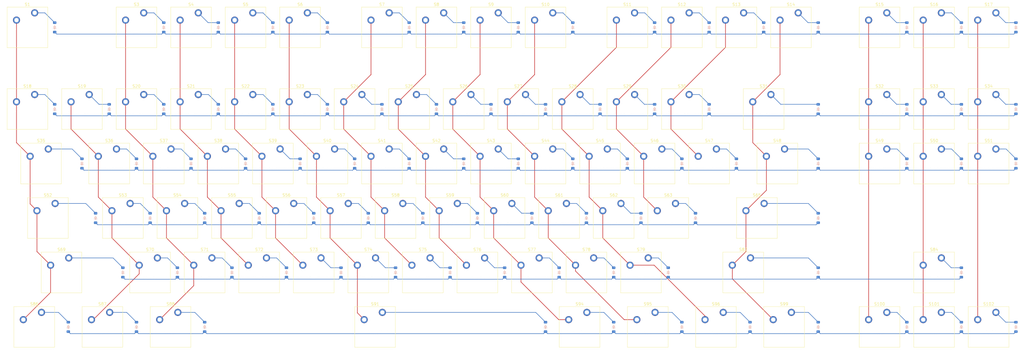
<source format=kicad_pcb>
(kicad_pcb (version 20241229) (generator "pcbnew") (generator_version "9.0")
  (layers (0 "F.Cu" signal) (2 "B.Cu" signal) (13 "F.Paste" user) (15 "B.Paste" user) (5 "F.SilkS" user "F.Silkscreen") (7 "B.SilkS" user "B.Silkscreen") (1 "F.Mask" user) (3 "B.Mask" user) (25 "Edge.Cuts" user))
  (net 0 "")
  (net 1 "Net-(D1-K)")
  (net 2 "Net-(D1-A)")
  (net 3 "Net-(D3-A)")
  (net 4 "Net-(D4-A)")
  (net 5 "Net-(D5-A)")
  (net 6 "Net-(D6-A)")
  (net 7 "Net-(D7-A)")
  (net 8 "Net-(D8-A)")
  (net 9 "Net-(D9-A)")
  (net 10 "Net-(D10-A)")
  (net 11 "Net-(D11-A)")
  (net 12 "Net-(D12-A)")
  (net 13 "Net-(D13-A)")
  (net 14 "Net-(D14-A)")
  (net 15 "Net-(D15-A)")
  (net 16 "Net-(D16-A)")
  (net 17 "Net-(D17-A)")
  (net 18 "Net-(D18-K)")
  (net 19 "Net-(D18-A)")
  (net 20 "Net-(D19-A)")
  (net 21 "Net-(D20-A)")
  (net 22 "Net-(D21-A)")
  (net 23 "Net-(D22-A)")
  (net 24 "Net-(D23-A)")
  (net 25 "Net-(D24-A)")
  (net 26 "Net-(D25-A)")
  (net 27 "Net-(D26-A)")
  (net 28 "Net-(D27-A)")
  (net 29 "Net-(D28-A)")
  (net 30 "Net-(D29-A)")
  (net 31 "Net-(D30-A)")
  (net 32 "Net-(D31-A)")
  (net 33 "Net-(D32-A)")
  (net 34 "Net-(D33-A)")
  (net 35 "Net-(D34-A)")
  (net 36 "Net-(D35-A)")
  (net 37 "Net-(D35-K)")
  (net 38 "Net-(D36-A)")
  (net 39 "Net-(D37-A)")
  (net 40 "Net-(D38-A)")
  (net 41 "Net-(D39-A)")
  (net 42 "Net-(D40-A)")
  (net 43 "Net-(D41-A)")
  (net 44 "Net-(D42-A)")
  (net 45 "Net-(D43-A)")
  (net 46 "Net-(D44-A)")
  (net 47 "Net-(D45-A)")
  (net 48 "Net-(D46-A)")
  (net 49 "Net-(D47-A)")
  (net 50 "Net-(D48-A)")
  (net 51 "Net-(D49-A)")
  (net 52 "Net-(D50-A)")
  (net 53 "Net-(D51-A)")
  (net 54 "Net-(D52-K)")
  (net 55 "Net-(D52-A)")
  (net 56 "Net-(D53-A)")
  (net 57 "Net-(D54-A)")
  (net 58 "Net-(D55-A)")
  (net 59 "Net-(D56-A)")
  (net 60 "Net-(D57-A)")
  (net 61 "Net-(D58-A)")
  (net 62 "Net-(D59-A)")
  (net 63 "Net-(D60-A)")
  (net 64 "Net-(D61-A)")
  (net 65 "Net-(D62-A)")
  (net 66 "Net-(D63-A)")
  (net 67 "Net-(D65-A)")
  (net 68 "Net-(D69-A)")
  (net 69 "Net-(D69-K)")
  (net 70 "Net-(D70-A)")
  (net 71 "Net-(D71-A)")
  (net 72 "Net-(D72-A)")
  (net 73 "Net-(D73-A)")
  (net 74 "Net-(D74-A)")
  (net 75 "Net-(D75-A)")
  (net 76 "Net-(D76-A)")
  (net 77 "Net-(D77-A)")
  (net 78 "Net-(D78-A)")
  (net 79 "Net-(D79-A)")
  (net 80 "Net-(D82-A)")
  (net 81 "Net-(D84-A)")
  (net 82 "Net-(D86-A)")
  (net 83 "Net-(D100-K)")
  (net 84 "Net-(D87-A)")
  (net 85 "Net-(D88-A)")
  (net 86 "Net-(D91-A)")
  (net 87 "Net-(D94-A)")
  (net 88 "Net-(D95-A)")
  (net 89 "Net-(D96-A)")
  (net 90 "Net-(D99-A)")
  (net 91 "Net-(D100-A)")
  (net 92 "Net-(D101-A)")
  (net 93 "Net-(D102-A)")
  (net 94 "Net-(S1-Pad1)")
  (net 95 "Net-(S20-Pad1)")
  (net 96 "Net-(S21-Pad1)")
  (net 97 "Net-(S22-Pad1)")
  (net 98 "Net-(S23-Pad1)")
  (net 99 "Net-(S24-Pad1)")
  (net 100 "Net-(S25-Pad1)")
  (net 101 "Net-(S26-Pad1)")
  (net 102 "Net-(S10-Pad1)")
  (net 103 "Net-(S11-Pad1)")
  (net 104 "Net-(S12-Pad1)")
  (net 105 "Net-(S13-Pad1)")
  (net 106 "Net-(S14-Pad1)")
  (net 107 "Net-(S100-Pad1)")
  (net 108 "Net-(S101-Pad1)")
  (net 109 "Net-(S102-Pad1)")
  (net 110 "Net-(S19-Pad1)")
  (footprint "ScottoKeebs_MX:MX_PCB_1.00u" (layer "F.Cu") (at 369.09375 71.4375)
    (property "Reference" "S51")
    (property "Value" "Keyswitch")
  )
  (footprint "ScottoKeebs_MX:MX_PCB_1.00u" (layer "F.Cu") (at 300.0375 23.8125)
    (property "Reference" "S14")
    (property "Value" "Keyswitch")
  )
  (footprint "ScottoKeebs_MX:MX_PCB_1.00u" (layer "F.Cu") (at 242.8875 23.8125)
    (property "Reference" "S11")
    (property "Value" "Keyswitch")
  )
  (footprint "ScottoKeebs_MX:MX_PCB_6.25u" (layer "F.Cu") (at 154.78125 128.5875)
    (property "Reference" "S91")
    (property "Value" "Keyswitch")
  )
  (footprint "ScottoKeebs_MX:MX_PCB_1.00u" (layer "F.Cu") (at 33.3375 23.8125)
    (property "Reference" "S1")
    (property "Value" "Keyswitch")
  )
  (footprint "ScottoKeebs_MX:MX_PCB_1.00u" (layer "F.Cu") (at 350.04375 128.5875)
    (property "Reference" "S101")
    (property "Value" "Keyswitch")
  )
  (footprint "ScottoKeebs_MX:MX_PCB_1.00u" (layer "F.Cu") (at 66.675 90.4875)
    (property "Reference" "S53")
    (property "Value" "Keyswitch")
  )
  (footprint "ScottoKeebs_MX:MX_PCB_1.00u" (layer "F.Cu") (at 330.99375 71.4375)
    (property "Reference" "S49")
    (property "Value" "Keyswitch")
  )
  (footprint "ScottoKeebs_MX:MX_PCB_1.00u" (layer "F.Cu") (at 157.1625 71.4375)
    (property "Reference" "S41")
    (property "Value" "Keyswitch")
  )
  (footprint "ScottoKeebs_MX:MX_PCB_1.00u" (layer "F.Cu") (at 330.99375 52.3875)
    (property "Reference" "S32")
    (property "Value" "Keyswitch")
  )
  (footprint "ScottoKeebs_MX:MX_PCB_1.00u" (layer "F.Cu") (at 152.4 109.5375)
    (property "Reference" "S74")
    (property "Value" "Keyswitch")
  )
  (footprint "ScottoKeebs_MX:MX_PCB_1.00u" (layer "F.Cu") (at 330.99375 23.8125)
    (property "Reference" "S15")
    (property "Value" "Keyswitch")
  )
  (footprint "ScottoKeebs_MX:MX_PCB_1.00u" (layer "F.Cu") (at 209.55 109.5375)
    (property "Reference" "S77")
    (property "Value" "Keyswitch")
  )
  (footprint "ScottoKeebs_MX:MX_PCB_1.00u" (layer "F.Cu") (at 195.2625 71.4375)
    (property "Reference" "S43")
    (property "Value" "Keyswitch")
  )
  (footprint "ScottoKeebs_MX:MX_PCB_1.00u" (layer "F.Cu") (at 109.5375 23.8125)
    (property "Reference" "S5")
    (property "Value" "Keyswitch")
  )
  (footprint "ScottoKeebs_MX:MX_PCB_1.00u" (layer "F.Cu") (at 185.7375 52.3875)
    (property "Reference" "S26")
    (property "Value" "Keyswitch")
  )
  (footprint "ScottoKeebs_MX:MX_PCB_1.00u" (layer "F.Cu") (at 176.2125 71.4375)
    (property "Reference" "S42")
    (property "Value" "Keyswitch")
  )
  (footprint "ScottoKeebs_MX:MX_PCB_1.00u" (layer "F.Cu") (at 33.3375 52.3875)
    (property "Reference" "S18")
    (property "Value" "Keyswitch")
  )
  (footprint "ScottoKeebs_MX:MX_PCB_1.00u" (layer "F.Cu") (at 80.9625 71.4375)
    (property "Reference" "S37")
    (property "Value" "Keyswitch")
  )
  (footprint "ScottoKeebs_MX:MX_PCB_1.00u" (layer "F.Cu") (at 350.04375 52.3875)
    (property "Reference" "S33")
    (property "Value" "Keyswitch")
  )
  (footprint "ScottoKeebs_MX:MX_PCB_1.00u" (layer "F.Cu") (at 76.2 109.5375)
    (property "Reference" "S70")
    (property "Value" "Keyswitch")
  )
  (footprint "ScottoKeebs_MX:MX_PCB_1.00u" (layer "F.Cu") (at 114.3 109.5375)
    (property "Reference" "S72")
    (property "Value" "Keyswitch")
  )
  (footprint "ScottoKeebs_MX:MX_PCB_1.25u" (layer "F.Cu") (at 273.84375 128.5875)
    (property "Reference" "S96")
    (property "Value" "Keyswitch")
  )
  (footprint "ScottoKeebs_MX:MX_PCB_1.25u" (layer "F.Cu") (at 250.03125 128.5875)
    (property "Reference" "S95")
    (property "Value" "Keyswitch")
  )
  (footprint "ScottoKeebs_MX:MX_PCB_1.25u" (layer "F.Cu") (at 35.71875 128.5875)
    (property "Reference" "S86")
    (property "Value" "Keyswitch")
  )
  (footprint "ScottoKeebs_MX:MX_PCB_1.00u" (layer "F.Cu") (at 128.5875 23.8125)
    (property "Reference" "S6")
    (property "Value" "Keyswitch")
  )
  (footprint "ScottoKeebs_MX:MX_PCB_1.00u" (layer "F.Cu") (at 214.3125 71.4375)
    (property "Reference" "S44")
    (property "Value" "Keyswitch")
  )
  (footprint "ScottoKeebs_MX:MX_PCB_1.00u" (layer "F.Cu") (at 350.04375 71.4375)
    (property "Reference" "S50")
    (property "Value" "Keyswitch")
  )
  (footprint "ScottoKeebs_MX:MX_PCB_1.00u" (layer "F.Cu") (at 100.0125 71.4375)
    (property "Reference" "S38")
    (property "Value" "Keyswitch")
  )
  (footprint "ScottoKeebs_MX:MX_PCB_1.00u" (layer "F.Cu") (at 52.3875 52.3875)
    (property "Reference" "S19")
    (property "Value" "Keyswitch")
  )
  (footprint "ScottoKeebs_MX:MX_PCB_1.00u" (layer "F.Cu") (at 71.4375 52.3875)
    (property "Reference" "S20")
    (property "Value" "Keyswitch")
  )
  (footprint "ScottoKeebs_MX:MX_PCB_1.00u" (layer "F.Cu") (at 242.8875 52.3875)
    (property "Reference" "S29")
    (property "Value" "Keyswitch")
  )
  (footprint "ScottoKeebs_MX:MX_PCB_1.00u" (layer "F.Cu") (at 71.4375 23.8125)
    (property "Reference" "S3")
    (property "Value" "Keyswitch")
  )
  (footprint "ScottoKeebs_MX:MX_PCB_1.00u" (layer "F.Cu") (at 190.5 109.5375)
    (property "Reference" "S76")
    (property "Value" "Keyswitch")
  )
  (footprint "ScottoKeebs_MX:MX_PCB_1.00u" (layer "F.Cu") (at 350.04375 23.8125)
    (property "Reference" "S16")
    (property "Value" "Keyswitch")
  )
  (footprint "ScottoKeebs_MX:MX_PCB_1.00u" (layer "F.Cu") (at 330.99375 128.5875)
    (property "Reference" "S100")
    (property "Value" "Keyswitch")
  )
  (footprint "ScottoKeebs_MX:MX_PCB_1.00u" (layer "F.Cu") (at 161.925 90.4875)
    (property "Reference" "S58")
    (property "Value" "Keyswitch")
  )
  (footprint "ScottoKeebs_MX:MX_PCB_2.00u" (layer "F.Cu") (at 290.5125 52.3875)
    (property "Reference" "S31")
    (property "Value" "Keyswitch")
  )
  (footprint "ScottoKeebs_MX:MX_PCB_1.00u" (layer "F.Cu") (at 200.025 90.4875)
    (property "Reference" "S60")
    (property "Value" "Keyswitch")
  )
  (footprint "ScottoKeebs_MX:MX_PCB_1.00u" (layer "F.Cu") (at 238.125 90.4875)
    (property "Reference" "S62")
    (property "Value" "Keyswitch")
  )
  (footprint "ScottoKeebs_MX:MX_PCB_1.00u" (layer "F.Cu") (at 271.4625 71.4375)
    (property "Reference" "S47")
    (property "Value" "Keyswitch")
  )
  (footprint "ScottoKeebs_MX:MX_PCB_2.75u" (layer "F.Cu") (at 283.36875 109.5375)
    (property "Reference" "S82")
    (property "Value" "Keyswitch")
  )
  (footprint "ScottoKeebs_MX:MX_PCB_1.25u" (layer "F.Cu") (at 59.53125 128.5875)
    (property "Reference" "S87")
    (property "Value" "Keyswitch")
  )
  (footprint "ScottoKeebs_MX:MX_PCB_1.00u" (layer "F.Cu") (at 133.35 109.5375)
    (property "Reference" "S73")
    (property "Value" "Keyswitch")
  )
  (footprint "ScottoKeebs_MX:MX_PCB_1.00u" (layer "F.Cu") (at 166.6875 52.3875)
    (property "Reference" "S25")
    (property "Value" "Keyswitch")
  )
  (footprint "ScottoKeebs_MX:MX_PCB_1.00u" (layer "F.Cu") (at 195.2625 23.8125)
    (property "Reference" "S9")
    (property "Value" "Keyswitch")
  )
  (footprint "ScottoKeebs_MX:MX_PCB_1.00u" (layer "F.Cu") (at 123.825 90.4875)
    (property "Reference" "S56")
    (property "Value" "Keyswitch")
  )
  (footprint "ScottoKeebs_MX:MX_PCB_1.00u" (layer "F.Cu") (at 138.1125 71.4375)
    (property "Reference" "S40")
    (property "Value" "Keyswitch")
  )
  (footprint "ScottoKeebs_MX:MX_PCB_1.00u" (layer "F.Cu") (at 228.6 109.5375)
    (property "Reference" "S78")
    (property "Value" "Keyswitch")
  )
  (footprint "ScottoKeebs_MX:MX_PCB_1.00u" (layer "F.Cu") (at 214.3125 23.8125)
    (property "Reference" "S10")
    (property "Value" "Keyswitch")
  )
  (footprint "ScottoKeebs_MX:MX_PCB_1.00u" (layer "F.Cu") (at 90.4875 23.8125)
    (property "Reference" "S4")
    (property "Value" "Keyswitch")
  )
  (footprint "ScottoKeebs_MX:MX_PCB_1.25u" (layer "F.Cu") (at 226.21875 128.5875)
    (property "Reference" "S94")
    (property "Value" "Keyswitch")
  )
  (footprint "ScottoKeebs_MX:MX_PCB_1.00u" (layer "F.Cu") (at 261.9375 23.8125)
    (property "Reference" "S12")
    (property "Value" "Keyswitch")
  )
  (footprint "ScottoKeebs_MX:MX_PCB_1.00u" (layer "F.Cu") (at 369.09375 52.3875)
    (property "Reference" "S34")
    (property "Value" "Keyswitch")
  )
  (footprint "ScottoKeebs_MX:MX_PCB_1.00u" (layer "F.Cu") (at 171.45 109.5375)
    (property "Reference" "S75")
    (property "Value" "Keyswitch")
  )
  (footprint "ScottoKeebs_MX:MX_PCB_1.00u" (layer "F.Cu") (at 204.7875 52.3875)
    (property "Reference" "S27")
    (property "Value" "Keyswitch")
  )
  (footprint "ScottoKeebs_MX:MX_PCB_1.25u" (layer "F.Cu") (at 83.34375 128.5875)
    (property "Reference" "S88")
    (property "Value" "Keyswitch")
  )
  (footprint "ScottoKeebs_MX:MX_PCB_1.00u" (layer "F.Cu") (at 119.0625 71.4375)
    (property "Reference" "S39")
    (property "Value" "Keyswitch")
  )
  (footprint "ScottoKeebs_MX:MX_PCB_1.00u" (layer "F.Cu") (at 180.975 90.4875)
    (property "Reference" "S59")
    (property "Value" "Keyswitch")
  )
  (footprint "ScottoKeebs_MX:MX_PCB_1.50u" (layer "F.Cu") (at 295.275 71.4375)
    (property "Reference" "S48")
    (property "Value" "Keyswitch")
  )
  (footprint "ScottoKeebs_MX:MX_PCB_1.50u" (layer "F.Cu") (at 38.1 71.4375)
    (property "Reference" "S35")
    (property "Value" "Keyswitch")
  )
  (footprint "ScottoKeebs_MX:MX_PCB_1.00u" (layer "F.Cu") (at 104.775 90.4875)
    (property "Reference" "S55")
    (property "Value" "Keyswitch")
  )
  (footprint "ScottoKeebs_MX:MX_PCB_1.00u" (layer "F.Cu") (at 261.9375 52.3875)
    (property "Reference" "S30")
    (property "Value" "Keyswitch")
  )
  (footprint "ScottoKeebs_MX:MX_PCB_1.00u" (layer "F.Cu") (at 147.6375 52.3875)
    (property "Reference" "S24")
    (property "Value" "Keyswitch")
  )
  (footprint "ScottoKeebs_MX:MX_PCB_2.25u" (layer "F.Cu") (at 288.13125 90.4875)
    (property "Reference" "S65")
    (property "Value" "Keyswitch")
  )
  (footprint "ScottoKeebs_MX:MX_PCB_1.00u" (layer "F.Cu") (at 257.175 90.4875)
    (property "Reference" "S63")
    (property "Value" "Keyswitch")
  )
  (footprint "ScottoKeebs_MX:MX_PCB_1.00u" (layer "F.Cu") (at 369.09375 128.5875)
    (property "Reference" "S102")
    (property "Value" "Keyswitch")
  )
  (footprint "ScottoKeebs_MX:MX_PCB_1.00u" (layer "F.Cu") (at 61.9125 71.4375)
    (property "Reference" "S36")
    (property "Value" "Keyswitch")
  )
  (footprint "ScottoKeebs_MX:MX_PCB_1.00u" (layer "F.Cu") (at 85.725 90.4875)
    (property "Reference" "S54")
    (property "Value" "Keyswitch")
  )
  (footprint "ScottoKeebs_MX:MX_PCB_1.00u" (layer "F.Cu") (at 157.1625 23.8125)
    (property "Reference" "S7")
    (property "Value" "Keyswitch")
  )
  (footprint "ScottoKeebs_MX:MX_PCB_1.00u" (layer "F.Cu") (at 142.875 90.4875)
    (property "Reference" "S57")
    (property "Value" "Keyswitch")
  )
  (footprint "ScottoKeebs_MX:MX_PCB_1.00u" (layer "F.Cu") (at 95.25 109.5375)
    (property "Reference" "S71")
    (property "Value" "Keyswitch")
  )
  (footprint "ScottoKeebs_MX:MX_PCB_1.00u" (layer "F.Cu") (at 280.9875 23.8125)
    (property "Reference" "S13")
    (property "Value" "Keyswitch")
  )
  (footprint "ScottoKeebs_MX:MX_PCB_1.00u" (layer "F.Cu") (at 369.09375 23.8125)
    (property "Reference" "S17")
    (property "Value" "Keyswitch")
  )
  (footprint "ScottoKeebs_MX:MX_PCB_1.00u" (layer "F.Cu") (at 128.5875 52.3875)
    (property "Reference" "S23")
    (property "Value" "Keyswitch")
  )
  (footprint "ScottoKeebs_MX:MX_PCB_1.00u" (layer "F.Cu") (at 350.04375 109.5375)
    (property "Reference" "S84")
    (property "Value" "Keyswitch")
  )
  (footprint "ScottoKeebs_MX:MX_PCB_1.00u" (layer "F.Cu") (at 109.5375 52.3875)
    (property "Reference" "S22")
    (property "Value" "Keyswitch")
  )
  (footprint "ScottoKeebs_MX:MX_PCB_1.25u" (layer "F.Cu") (at 297.65625 128.5875)
    (property "Reference" "S99")
    (property "Value" "Keyswitch")
  )
  (footprint "ScottoKeebs_MX:MX_PCB_1.00u" (layer "F.Cu") (at 90.4875 52.3875)
    (property "Reference" "S21")
    (property "Value" "Keyswitch")
  )
  (footprint "ScottoKeebs_MX:MX_PCB_1.00u" (layer "F.Cu") (at 252.4125 71.4375)
    (property "Reference" "S46")
    (property "Value" "Keyswitch")
  )
  (footprint "ScottoKeebs_MX:MX_PCB_1.00u" (layer "F.Cu") (at 233.3625 71.4375)
    (property "Reference" "S45")
    (property "Value" "Keyswitch")
  )
  (footprint "ScottoKeebs_MX:MX_PCB_2.25u" (layer "F.Cu") (at 45.24375 109.5375)
    (property "Reference" "S69")
    (property "Value" "Keyswitch")
  )
  (footprint "ScottoKeebs_MX:MX_PCB_1.00u" (layer "F.Cu") (at 247.65 109.5375)
    (property "Reference" "S79")
    (property "Value" "Keyswitch")
  )
  (footprint "ScottoKeebs_MX:MX_PCB_1.00u" (layer "F.Cu") (at 223.8375 52.3875)
    (property "Reference" "S28")
    (property "Value" "Keyswitch")
  )
  (footprint "ScottoKeebs_MX:MX_PCB_1.75u" (layer "F.Cu") (at 40.48125 90.4875)
    (property "Reference" "S52")
    (property "Value" "Keyswitch")
  )
  (footprint "ScottoKeebs_MX:MX_PCB_1.00u" (layer "F.Cu") (at 219.075 90.4875)
    (property "Reference" "S61")
    (property "Value" "Keyswitch")
  )
  (footprint "ScottoKeebs_MX:MX_PCB_1.00u" (layer "F.Cu") (at 176.2125 23.8125)
    (property "Reference" "S8")
    (property "Value" "Keyswitch")
  )
  (footprint "ScottoKeebs_Components:Diode_SOD-123" (layer "B.Cu") (at 71.4375 128.5875 90)
    (property "Reference" "D87" (hide yes))
    (property "Value" "Diode")
  )
  (footprint "ScottoKeebs_Components:Diode_SOD-123" (layer "B.Cu") (at 378.61875 128.5875 90)
    (property "Reference" "D102" (hide yes))
    (property "Value" "Diode")
  )
  (footprint "ScottoKeebs_Components:Diode_SOD-123" (layer "B.Cu") (at 147.6375 71.4375 90)
    (property "Reference" "D40" (hide yes))
    (property "Value" "Diode")
  )
  (footprint "ScottoKeebs_Components:Diode_SOD-123" (layer "B.Cu") (at 261.9375 128.5875 90)
    (property "Reference" "D95" (hide yes))
    (property "Value" "Diode")
  )
  (footprint "ScottoKeebs_Components:Diode_SOD-123" (layer "B.Cu") (at 271.4625 23.8125 90)
    (property "Reference" "D12" (hide yes))
    (property "Value" "Diode")
  )
  (footprint "ScottoKeebs_Components:Diode_SOD-123" (layer "B.Cu") (at 133.35 90.4875 90)
    (property "Reference" "D56" (hide yes))
    (property "Value" "Diode")
  )
  (footprint "ScottoKeebs_Components:Diode_SOD-123" (layer "B.Cu") (at 340.51875 23.8125 90)
    (property "Reference" "D15" (hide yes))
    (property "Value" "Diode")
  )
  (footprint "ScottoKeebs_Components:Diode_SOD-123" (layer "B.Cu") (at 61.9125 52.3875 90)
    (property "Reference" "D19" (hide yes))
    (property "Value" "Diode")
  )
  (footprint "ScottoKeebs_Components:Diode_SOD-123" (layer "B.Cu") (at 176.2125 52.3875 90)
    (property "Reference" "D25" (hide yes))
    (property "Value" "Diode")
  )
  (footprint "ScottoKeebs_Components:Diode_SOD-123" (layer "B.Cu") (at 378.61875 71.4375 90)
    (property "Reference" "D51" (hide yes))
    (property "Value" "Diode")
  )
  (footprint "ScottoKeebs_Components:Diode_SOD-123" (layer "B.Cu") (at 280.9875 71.4375 90)
    (property "Reference" "D47" (hide yes))
    (property "Value" "Diode")
  )
  (footprint "ScottoKeebs_Components:Diode_SOD-123" (layer "B.Cu") (at 242.8875 71.4375 90)
    (property "Reference" "D45" (hide yes))
    (property "Value" "Diode")
  )
  (footprint "ScottoKeebs_Components:Diode_SOD-123" (layer "B.Cu") (at 119.0625 23.8125 90)
    (property "Reference" "D5" (hide yes))
    (property "Value" "Diode")
  )
  (footprint "ScottoKeebs_Components:Diode_SOD-123" (layer "B.Cu") (at 80.9625 52.3875 90)
    (property "Reference" "D20" (hide yes))
    (property "Value" "Diode")
  )
  (footprint "ScottoKeebs_Components:Diode_SOD-123" (layer "B.Cu") (at 152.4 90.4875 90)
    (property "Reference" "D57" (hide yes))
    (property "Value" "Diode")
  )
  (footprint "ScottoKeebs_Components:Diode_SOD-123" (layer "B.Cu") (at 142.875 109.5375 90)
    (property "Reference" "D73" (hide yes))
    (property "Value" "Diode")
  )
  (footprint "ScottoKeebs_Components:Diode_SOD-123" (layer "B.Cu") (at 257.175 109.5375 90)
    (property "Reference" "D79" (hide yes))
    (property "Value" "Diode")
  )
  (footprint "ScottoKeebs_Components:Diode_SOD-123" (layer "B.Cu") (at 378.61875 52.3875 90)
    (property "Reference" "D34" (hide yes))
    (property "Value" "Diode")
  )
  (footprint "ScottoKeebs_Components:Diode_SOD-123" (layer "B.Cu") (at 200.025 109.5375 90)
    (property "Reference" "D76" (hide yes))
    (property "Value" "Diode")
  )
  (footprint "ScottoKeebs_Components:Diode_SOD-123" (layer "B.Cu") (at 95.25 90.4875 90)
    (property "Reference" "D54" (hide yes))
    (property "Value" "Diode")
  )
  (footprint "ScottoKeebs_Components:Diode_SOD-123" (layer "B.Cu") (at 66.675 109.5375 90)
    (property "Reference" "D69" (hide yes))
    (property "Value" "Diode")
  )
  (footprint "ScottoKeebs_Components:Diode_SOD-123" (layer "B.Cu") (at 157.1625 52.3875 90)
    (property "Reference" "D24" (hide yes))
    (property "Value" "Diode")
  )
  (footprint "ScottoKeebs_Components:Diode_SOD-123" (layer "B.Cu") (at 138.1125 52.3875 90)
    (property "Reference" "D23" (hide yes))
    (property "Value" "Diode")
  )
  (footprint "ScottoKeebs_Components:Diode_SOD-123" (layer "B.Cu") (at 214.3125 128.5875 90)
    (property "Reference" "D91" (hide yes))
    (property "Value" "Diode")
  )
  (footprint "ScottoKeebs_Components:Diode_SOD-123" (layer "B.Cu") (at 309.5625 71.4375 90)
    (property "Reference" "D48" (hide yes))
    (property "Value" "Diode")
  )
  (footprint "ScottoKeebs_Components:Diode_SOD-123" (layer "B.Cu") (at 359.56875 23.8125 90)
    (property "Reference" "D16" (hide yes))
    (property "Value" "Diode")
  )
  (footprint "ScottoKeebs_Components:Diode_SOD-123" (layer "B.Cu") (at 104.775 109.5375 90)
    (property "Reference" "D71" (hide yes))
    (property "Value" "Diode")
  )
  (footprint "ScottoKeebs_Components:Diode_SOD-123" (layer "B.Cu") (at 57.15 90.4875 90)
    (property "Reference" "D52" (hide yes))
    (property "Value" "Diode")
  )
  (footprint "ScottoKeebs_Components:Diode_SOD-123" (layer "B.Cu") (at 309.5625 109.5375 90)
    (property "Reference" "D82" (hide yes))
    (property "Value" "Diode")
  )
  (footprint "ScottoKeebs_Components:Diode_SOD-123" (layer "B.Cu") (at 204.7875 71.4375 90)
    (property "Reference" "D43" (hide yes))
    (property "Value" "Diode")
  )
  (footprint "ScottoKeebs_Components:Diode_SOD-123" (layer "B.Cu") (at 114.3 90.4875 90)
    (property "Reference" "D55" (hide yes))
    (property "Value" "Diode")
  )
  (footprint "ScottoKeebs_Components:Diode_SOD-123" (layer "B.Cu") (at 185.7375 23.8125 90)
    (property "Reference" "D8" (hide yes))
    (property "Value" "Diode")
  )
  (footprint "ScottoKeebs_Components:Diode_SOD-123" (layer "B.Cu") (at 219.075 109.5375 90)
    (property "Reference" "D77" (hide yes))
    (property "Value" "Diode")
  )
  (footprint "ScottoKeebs_Components:Diode_SOD-123" (layer "B.Cu") (at 209.55 90.4875 90)
    (property "Reference" "D60" (hide yes))
    (property "Value" "Diode")
  )
  (footprint "ScottoKeebs_Components:Diode_SOD-123" (layer "B.Cu") (at 47.625 128.5875 90)
    (property "Reference" "D86" (hide yes))
    (property "Value" "Diode")
  )
  (footprint "ScottoKeebs_Components:Diode_SOD-123" (layer "B.Cu") (at 190.5 90.4875 90)
    (property "Reference" "D59" (hide yes))
    (property "Value" "Diode")
  )
  (footprint "ScottoKeebs_Components:Diode_SOD-123" (layer "B.Cu") (at 340.51875 52.3875 90)
    (property "Reference" "D32" (hide yes))
    (property "Value" "Diode")
  )
  (footprint "ScottoKeebs_Components:Diode_SOD-123" (layer "B.Cu") (at 180.975 109.5375 90)
    (property "Reference" "D75" (hide yes))
    (property "Value" "Diode")
  )
  (footprint "ScottoKeebs_Components:Diode_SOD-123" (layer "B.Cu") (at 80.9625 23.8125 90)
    (property "Reference" "D3" (hide yes))
    (property "Value" "Diode")
  )
  (footprint "ScottoKeebs_Components:Diode_SOD-123" (layer "B.Cu") (at 195.2625 52.3875 90)
    (property "Reference" "D26" (hide yes))
    (property "Value" "Diode")
  )
  (footprint "ScottoKeebs_Components:Diode_SOD-123" (layer "B.Cu") (at 138.1125 23.8125 90)
    (property "Reference" "D6" (hide yes))
    (property "Value" "Diode")
  )
  (footprint "ScottoKeebs_Components:Diode_SOD-123" (layer "B.Cu") (at 128.5875 71.4375 90)
    (property "Reference" "D39" (hide yes))
    (property "Value" "Diode")
  )
  (footprint "ScottoKeebs_Components:Diode_SOD-123" (layer "B.Cu") (at 309.5625 90.4875 90)
    (property "Reference" "D65" (hide yes))
    (property "Value" "Diode")
  )
  (footprint "ScottoKeebs_Components:Diode_SOD-123" (layer "B.Cu") (at 100.0125 23.8125 90)
    (property "Reference" "D4" (hide yes))
    (property "Value" "Diode")
  )
  (footprint "ScottoKeebs_Components:Diode_SOD-123" (layer "B.Cu") (at 252.4125 23.8125 90)
    (property "Reference" "D11" (hide yes))
    (property "Value" "Diode")
  )
  (footprint "ScottoKeebs_Components:Diode_SOD-123" (layer "B.Cu") (at 223.8375 23.8125 90)
    (property "Reference" "D10" (hide yes))
    (property "Value" "Diode")
  )
  (footprint "ScottoKeebs_Components:Diode_SOD-123" (layer "B.Cu") (at 266.7 90.4875 90)
    (property "Reference" "D63" (hide yes))
    (property "Value" "Diode")
  )
  (footprint "ScottoKeebs_Components:Diode_SOD-123" (layer "B.Cu") (at 378.61875 23.8125 90)
    (property "Reference" "D17" (hide yes))
    (property "Value" "Diode")
  )
  (footprint "ScottoKeebs_Components:Diode_SOD-123" (layer "B.Cu") (at 123.825 109.5375 90)
    (property "Reference" "D72" (hide yes))
    (property "Value" "Diode")
  )
  (footprint "ScottoKeebs_Components:Diode_SOD-123" (layer "B.Cu") (at 109.5375 71.4375 90)
    (property "Reference" "D38" (hide yes))
    (property "Value" "Diode")
  )
  (footprint "ScottoKeebs_Components:Diode_SOD-123" (layer "B.Cu") (at 204.7875 23.8125 90)
    (property "Reference" "D9" (hide yes))
    (property "Value" "Diode")
  )
  (footprint "ScottoKeebs_Components:Diode_SOD-123" (layer "B.Cu") (at 359.56875 52.3875 90)
    (property "Reference" "D33" (hide yes))
    (property "Value" "Diode")
  )
  (footprint "ScottoKeebs_Components:Diode_SOD-123" (layer "B.Cu") (at 238.125 128.5875 90)
    (property "Reference" "D94" (hide yes))
    (property "Value" "Diode")
  )
  (footprint "ScottoKeebs_Components:Diode_SOD-123" (layer "B.Cu") (at 42.8625 52.3875 90)
    (property "Reference" "D18" (hide yes))
    (property "Value" "Diode")
  )
  (footprint "ScottoKeebs_Components:Diode_SOD-123" (layer "B.Cu") (at 359.56875 128.5875 90)
    (property "Reference" "D101" (hide yes))
    (property "Value" "Diode")
  )
  (footprint "ScottoKeebs_Components:Diode_SOD-123" (layer "B.Cu") (at 252.4125 52.3875 90)
    (property "Reference" "D29" (hide yes))
    (property "Value" "Diode")
  )
  (footprint "ScottoKeebs_Components:Diode_SOD-123" (layer "B.Cu") (at 214.3125 52.3875 90)
    (property "Reference" "D27" (hide yes))
    (property "Value" "Diode")
  )
  (footprint "ScottoKeebs_Components:Diode_SOD-123" (layer "B.Cu") (at 309.5625 128.5875 90)
    (property "Reference" "D99" (hide yes))
    (property "Value" "Diode")
  )
  (footprint "ScottoKeebs_Components:Diode_SOD-123" (layer "B.Cu") (at 52.3875 71.4375 90)
    (property "Reference" "D35" (hide yes))
    (property "Value" "Diode")
  )
  (footprint "ScottoKeebs_Components:Diode_SOD-123" (layer "B.Cu") (at 359.56875 71.4375 90)
    (property "Reference" "D50" (hide yes))
    (property "Value" "Diode")
  )
  (footprint "ScottoKeebs_Components:Diode_SOD-123" (layer "B.Cu") (at 185.7375 71.4375 90)
    (property "Reference" "D42" (hide yes))
    (property "Value" "Diode")
  )
  (footprint "ScottoKeebs_Components:Diode_SOD-123" (layer "B.Cu") (at 166.6875 71.4375 90)
    (property "Reference" "D41" (hide yes))
    (property "Value" "Diode")
  )
  (footprint "ScottoKeebs_Components:Diode_SOD-123" (layer "B.Cu") (at 95.25 128.5875 90)
    (property "Reference" "D88" (hide yes))
    (property "Value" "Diode")
  )
  (footprint "ScottoKeebs_Components:Diode_SOD-123" (layer "B.Cu") (at 90.4875 71.4375 90)
    (property "Reference" "D37" (hide yes))
    (property "Value" "Diode")
  )
  (footprint "ScottoKeebs_Components:Diode_SOD-123" (layer "B.Cu") (at 238.125 109.5375 90)
    (property "Reference" "D78" (hide yes))
    (property "Value" "Diode")
  )
  (footprint "ScottoKeebs_Components:Diode_SOD-123" (layer "B.Cu") (at 166.6875 23.8125 90)
    (property "Reference" "D7" (hide yes))
    (property "Value" "Diode")
  )
  (footprint "ScottoKeebs_Components:Diode_SOD-123" (layer "B.Cu") (at 100.0125 52.3875 90)
    (property "Reference" "D21" (hide yes))
    (property "Value" "Diode")
  )
  (footprint "ScottoKeebs_Components:Diode_SOD-123" (layer "B.Cu") (at 340.51875 128.5875 90)
    (property "Reference" "D100" (hide yes))
    (property "Value" "Diode")
  )
  (footprint "ScottoKeebs_Components:Diode_SOD-123" (layer "B.Cu") (at 171.45 90.4875 90)
    (property "Reference" "D58" (hide yes))
    (property "Value" "Diode")
  )
  (footprint "ScottoKeebs_Components:Diode_SOD-123" (layer "B.Cu") (at 233.3625 52.3875 90)
    (property "Reference" "D28" (hide yes))
    (property "Value" "Diode")
  )
  (footprint "ScottoKeebs_Components:Diode_SOD-123" (layer "B.Cu") (at 223.8375 71.4375 90)
    (property "Reference" "D44" (hide yes))
    (property "Value" "Diode")
  )
  (footprint "ScottoKeebs_Components:Diode_SOD-123" (layer "B.Cu") (at 261.9375 71.4375 90)
    (property "Reference" "D46" (hide yes))
    (property "Value" "Diode")
  )
  (footprint "ScottoKeebs_Components:Diode_SOD-123" (layer "B.Cu") (at 42.8625 23.8125 90)
    (property "Reference" "D1" (hide yes))
    (property "Value" "Diode")
  )
  (footprint "ScottoKeebs_Components:Diode_SOD-123" (layer "B.Cu") (at 309.5625 23.8125 90)
    (property "Reference" "D14" (hide yes))
    (property "Value" "Diode")
  )
  (footprint "ScottoKeebs_Components:Diode_SOD-123" (layer "B.Cu") (at 76.2 90.4875 90)
    (property "Reference" "D53" (hide yes))
    (property "Value" "Diode")
  )
  (footprint "ScottoKeebs_Components:Diode_SOD-123" (layer "B.Cu") (at 161.925 109.5375 90)
    (property "Reference" "D74" (hide yes))
    (property "Value" "Diode")
  )
  (footprint "ScottoKeebs_Components:Diode_SOD-123" (layer "B.Cu") (at 271.4625 52.3875 90)
    (property "Reference" "D30" (hide yes))
    (property "Value" "Diode")
  )
  (footprint "ScottoKeebs_Components:Diode_SOD-123" (layer "B.Cu") (at 359.56875 109.5375 90)
    (property "Reference" "D84" (hide yes))
    (property "Value" "Diode")
  )
  (footprint "ScottoKeebs_Components:Diode_SOD-123" (layer "B.Cu") (at 247.65 90.4875 90)
    (property "Reference" "D62" (hide yes))
    (property "Value" "Diode")
  )
  (footprint "ScottoKeebs_Components:Diode_SOD-123" (layer "B.Cu") (at 340.51875 71.4375 90)
    (property "Reference" "D49" (hide yes))
    (property "Value" "Diode")
  )
  (footprint "ScottoKeebs_Components:Diode_SOD-123" (layer "B.Cu") (at 309.5625 52.3875 90)
    (property "Reference" "D31" (hide yes))
    (property "Value" "Diode")
  )
  (footprint "ScottoKeebs_Components:Diode_SOD-123" (layer "B.Cu") (at 71.4375 71.4375 90)
    (property "Reference" "D36" (hide yes))
    (property "Value" "Diode")
  )
  (footprint "ScottoKeebs_Components:Diode_SOD-123" (layer "B.Cu") (at 290.5125 23.8125 90)
    (property "Reference" "D13" (hide yes))
    (property "Value" "Diode")
  )
  (footprint "ScottoKeebs_Components:Diode_SOD-123" (layer "B.Cu") (at 119.0625 52.3875 90)
    (property "Reference" "D22" (hide yes))
    (property "Value" "Diode")
  )
  (footprint "ScottoKeebs_Components:Diode_SOD-123" (layer "B.Cu") (at 285.75 128.5875 90)
    (property "Reference" "D96" (hide yes))
    (property "Value" "Diode")
  )
  (footprint "ScottoKeebs_Components:Diode_SOD-123" (layer "B.Cu") (at 228.6 90.4875 90)
    (property "Reference" "D61" (hide yes))
    (property "Value" "Diode")
  )
  (footprint "ScottoKeebs_Components:Diode_SOD-123" (layer "B.Cu") (at 85.725 109.5375 90)
    (property "Reference" "D70" (hide yes))
    (property "Value" "Diode")
  )
  (segment (start 81.6635 26.1635) (end 99.3115 26.1635) (width 0.2) (layer "B.Cu") (net 1))
  (segment (start 118.3615 26.1635) (end 119.0625 25.4625) (width 0.2) (layer "B.Cu") (net 1))
  (segment (start 204.0865 26.1635) (end 204.7875 25.4625) (width 0.2) (layer "B.Cu") (net 1))
  (segment (start 252.4125 25.4625) (end 253.1135 26.1635) (width 0.2) (layer "B.Cu") (net 1))
  (segment (start 359.56875 25.4625) (end 360.3 26.19375) (width 0.2) (layer "B.Cu") (net 1))
  (segment (start 272.1635 26.1635) (end 289.8115 26.1635) (width 0.2) (layer "B.Cu") (net 1))
  (segment (start 119.0625 25.4625) (end 119.7635 26.1635) (width 0.2) (layer "B.Cu") (net 1))
  (segment (start 80.9625 25.4625) (end 81.6635 26.1635) (width 0.2) (layer "B.Cu") (net 1))
  (segment (start 167.3885 26.1635) (end 185.0365 26.1635) (width 0.2) (layer "B.Cu") (net 1))
  (segment (start 204.7875 25.4625) (end 205.4885 26.1635) (width 0.2) (layer "B.Cu") (net 1))
  (segment (start 358.86775 26.1635) (end 359.56875 25.4625) (width 0.2) (layer "B.Cu") (net 1))
  (segment (start 80.2615 26.1635) (end 80.9625 25.4625) (width 0.2) (layer "B.Cu") (net 1))
  (segment (start 185.7375 25.4625) (end 186.4385 26.1635) (width 0.2) (layer "B.Cu") (net 1))
  (segment (start 43.5635 26.1635) (end 80.2615 26.1635) (width 0.2) (layer "B.Cu") (net 1))
  (segment (start 166.6875 25.4625) (end 167.3885 26.1635) (width 0.2) (layer "B.Cu") (net 1))
  (segment (start 253.1135 26.1635) (end 270.7615 26.1635) (width 0.2) (layer "B.Cu") (net 1))
  (segment (start 185.0365 26.1635) (end 185.7375 25.4625) (width 0.2) (layer "B.Cu") (net 1))
  (segment (start 138.1125 25.4625) (end 138.84375 26.19375) (width 0.2) (layer "B.Cu") (net 1))
  (segment (start 270.7615 26.1635) (end 271.4625 25.4625) (width 0.2) (layer "B.Cu") (net 1))
  (segment (start 119.7635 26.1635) (end 137.4115 26.1635) (width 0.2) (layer "B.Cu") (net 1))
  (segment (start 138.84375 26.19375) (end 165.95625 26.19375) (width 0.2) (layer "B.Cu") (net 1))
  (segment (start 339.81775 26.1635) (end 340.51875 25.4625) (width 0.2) (layer "B.Cu") (net 1))
  (segment (start 42.8625 25.4625) (end 43.5635 26.1635) (width 0.2) (layer "B.Cu") (net 1))
  (segment (start 165.95625 26.19375) (end 166.6875 25.4625) (width 0.2) (layer "B.Cu") (net 1))
  (segment (start 251.7115 26.1635) (end 252.4125 25.4625) (width 0.2) (layer "B.Cu") (net 1))
  (segment (start 223.1365 26.1635) (end 223.8375 25.4625) (width 0.2) (layer "B.Cu") (net 1))
  (segment (start 224.5385 26.1635) (end 251.7115 26.1635) (width 0.2) (layer "B.Cu") (net 1))
  (segment (start 289.8115 26.1635) (end 290.5125 25.4625) (width 0.2) (layer "B.Cu") (net 1))
  (segment (start 100.0125 25.4625) (end 100.7135 26.1635) (width 0.2) (layer "B.Cu") (net 1))
  (segment (start 340.51875 25.4625) (end 341.21975 26.1635) (width 0.2) (layer "B.Cu") (net 1))
  (segment (start 309.5625 25.4625) (end 310.2635 26.1635) (width 0.2) (layer "B.Cu") (net 1))
  (segment (start 100.7135 26.1635) (end 118.3615 26.1635) (width 0.2) (layer "B.Cu") (net 1))
  (segment (start 290.5125 25.4625) (end 291.2135 26.1635) (width 0.2) (layer "B.Cu") (net 1))
  (segment (start 341.21975 26.1635) (end 358.86775 26.1635) (width 0.2) (layer "B.Cu") (net 1))
  (segment (start 137.4115 26.1635) (end 138.1125 25.4625) (width 0.2) (layer "B.Cu") (net 1))
  (segment (start 271.4625 25.4625) (end 272.1635 26.1635) (width 0.2) (layer "B.Cu") (net 1))
  (segment (start 360.3 26.19375) (end 377.8875 26.19375) (width 0.2) (layer "B.Cu") (net 1))
  (segment (start 308.8615 26.1635) (end 309.5625 25.4625) (width 0.2) (layer "B.Cu") (net 1))
  (segment (start 186.4385 26.1635) (end 204.0865 26.1635) (width 0.2) (layer "B.Cu") (net 1))
  (segment (start 377.8875 26.19375) (end 378.61875 25.4625) (width 0.2) (layer "B.Cu") (net 1))
  (segment (start 205.4885 26.1635) (end 223.1365 26.1635) (width 0.2) (layer "B.Cu") (net 1))
  (segment (start 99.3115 26.1635) (end 100.0125 25.4625) (width 0.2) (layer "B.Cu") (net 1))
  (segment (start 310.2635 26.1635) (end 339.81775 26.1635) (width 0.2) (layer "B.Cu") (net 1))
  (segment (start 223.8375 25.4625) (end 224.5385 26.1635) (width 0.2) (layer "B.Cu") (net 1))
  (segment (start 291.2135 26.1635) (end 308.8615 26.1635) (width 0.2) (layer "B.Cu") (net 1))
  (segment (start 35.8775 18.7325) (end 39.4325 18.7325) (width 0.2) (layer "B.Cu") (net 2))
  (segment (start 39.4325 18.7325) (end 42.8625 22.1625) (width 0.2) (layer "B.Cu") (net 2))
  (segment (start 77.5325 18.7325) (end 80.9625 22.1625) (width 0.2) (layer "B.Cu") (net 3))
  (segment (start 73.9775 18.7325) (end 77.5325 18.7325) (width 0.2) (layer "B.Cu") (net 3))
  (segment (start 93.0275 18.7325) (end 96.4575 22.1625) (width 0.2) (layer "B.Cu") (net 4))
  (segment (start 96.4575 22.1625) (end 100.0125 22.1625) (width 0.2) (layer "B.Cu") (net 4))
  (segment (start 115.6325 18.7325) (end 119.0625 22.1625) (width 0.2) (layer "B.Cu") (net 5))
  (segment (start 112.0775 18.7325) (end 115.6325 18.7325) (width 0.2) (layer "B.Cu") (net 5))
  (segment (start 131.1275 18.7325) (end 134.6825 18.7325) (width 0.2) (layer "B.Cu") (net 6))
  (segment (start 134.6825 18.7325) (end 138.1125 22.1625) (width 0.2) (layer "B.Cu") (net 6))
  (segment (start 163.2575 18.7325) (end 166.6875 22.1625) (width 0.2) (layer "B.Cu") (net 7))
  (segment (start 159.7025 18.7325) (end 163.2575 18.7325) (width 0.2) (layer "B.Cu") (net 7))
  (segment (start 182.1825 22.1625) (end 185.7375 22.1625) (width 0.2) (layer "B.Cu") (net 8))
  (segment (start 178.7525 18.7325) (end 182.1825 22.1625) (width 0.2) (layer "B.Cu") (net 8))
  (segment (start 201.2325 22.1625) (end 204.7875 22.1625) (width 0.2) (layer "B.Cu") (net 9))
  (segment (start 197.8025 18.7325) (end 201.2325 22.1625) (width 0.2) (layer "B.Cu") (net 9))
  (segment (start 216.8525 18.7325) (end 220.4075 18.7325) (width 0.2) (layer "B.Cu") (net 10))
  (segment (start 220.4075 18.7325) (end 223.8375 22.1625) (width 0.2) (layer "B.Cu") (net 10))
  (segment (start 248.9825 18.7325) (end 252.4125 22.1625) (width 0.2) (layer "B.Cu") (net 11))
  (segment (start 245.4275 18.7325) (end 248.9825 18.7325) (width 0.2) (layer "B.Cu") (net 11))
  (segment (start 264.4775 18.7325) (end 268.0325 18.7325) (width 0.2) (layer "B.Cu") (net 12))
  (segment (start 268.0325 18.7325) (end 271.4625 22.1625) (width 0.2) (layer "B.Cu") (net 12))
  (segment (start 283.5275 18.7325) (end 287.0825 18.7325) (width 0.2) (layer "B.Cu") (net 13))
  (segment (start 287.0825 18.7325) (end 290.5125 22.1625) (width 0.2) (layer "B.Cu") (net 13))
  (segment (start 306.0075 22.1625) (end 309.5625 22.1625) (width 0.2) (layer "B.Cu") (net 14))
  (segment (start 302.5775 18.7325) (end 306.0075 22.1625) (width 0.2) (layer "B.Cu") (net 14))
  (segment (start 336.96375 22.1625) (end 340.51875 22.1625) (width 0.2) (layer "B.Cu") (net 15))
  (segment (start 333.53375 18.7325) (end 336.96375 22.1625) (width 0.2) (layer "B.Cu") (net 15))
  (segment (start 356.13875 18.7325) (end 359.56875 22.1625) (width 0.2) (layer "B.Cu") (net 16))
  (segment (start 352.58375 18.7325) (end 356.13875 18.7325) (width 0.2) (layer "B.Cu") (net 16))
  (segment (start 371.63375 18.7325) (end 375.06375 22.1625) (width 0.2) (layer "B.Cu") (net 17))
  (segment (start 375.06375 22.1625) (end 378.61875 22.1625) (width 0.2) (layer "B.Cu") (net 17))
  (segment (start 157.1625 54.0375) (end 157.8635 54.7385) (width 0.2) (layer "B.Cu") (net 18))
  (segment (start 233.3625 54.0375) (end 234.0635 54.7385) (width 0.2) (layer "B.Cu") (net 18))
  (segment (start 175.5115 54.7385) (end 176.2125 54.0375) (width 0.2) (layer "B.Cu") (net 18))
  (segment (start 61.9125 54.0375) (end 62.6135 54.7385) (width 0.2) (layer "B.Cu") (net 18))
  (segment (start 176.9135 54.7385) (end 194.5615 54.7385) (width 0.2) (layer "B.Cu") (net 18))
  (segment (start 252.4125 54.0375) (end 253.1135 54.7385) (width 0.2) (layer "B.Cu") (net 18))
  (segment (start 176.2125 54.0375) (end 176.9135 54.7385) (width 0.2) (layer "B.Cu") (net 18))
  (segment (start 340.51875 54.0375) (end 341.21975 54.7385) (width 0.2) (layer "B.Cu") (net 18))
  (segment (start 234.0635 54.7385) (end 251.7115 54.7385) (width 0.2) (layer "B.Cu") (net 18))
  (segment (start 358.86775 54.7385) (end 359.56875 54.0375) (width 0.2) (layer "B.Cu") (net 18))
  (segment (start 157.8635 54.7385) (end 175.5115 54.7385) (width 0.2) (layer "B.Cu") (net 18))
  (segment (start 309.5625 54.0375) (end 310.2635 54.7385) (width 0.2) (layer "B.Cu") (net 18))
  (segment (start 195.9635 54.7385) (end 213.6115 54.7385) (width 0.2) (layer "B.Cu") (net 18))
  (segment (start 100.0125 54.0375) (end 100.7135 54.7385) (width 0.2) (layer "B.Cu") (net 18))
  (segment (start 137.4115 54.7385) (end 138.1125 54.0375) (width 0.2) (layer "B.Cu") (net 18))
  (segment (start 61.2115 54.7385) (end 61.9125 54.0375) (width 0.2) (layer "B.Cu") (net 18))
  (segment (start 341.21975 54.7385) (end 358.86775 54.7385) (width 0.2) (layer "B.Cu") (net 18))
  (segment (start 80.2615 54.7385) (end 80.9625 54.0375) (width 0.2) (layer "B.Cu") (net 18))
  (segment (start 119.0625 54.0375) (end 119.7635 54.7385) (width 0.2) (layer "B.Cu") (net 18))
  (segment (start 214.3125 54.0375) (end 215.0135 54.7385) (width 0.2) (layer "B.Cu") (net 18))
  (segment (start 253.1135 54.7385) (end 270.7615 54.7385) (width 0.2) (layer "B.Cu") (net 18))
  (segment (start 359.56875 54.0375) (end 360.26975 54.7385) (width 0.2) (layer "B.Cu") (net 18))
  (segment (start 251.7115 54.7385) (end 252.4125 54.0375) (width 0.2) (layer "B.Cu") (net 18))
  (segment (start 271.4625 54.0375) (end 272.19375 54.76875) (width 0.2) (layer "B.Cu") (net 18))
  (segment (start 80.9625 54.0375) (end 81.6635 54.7385) (width 0.2) (layer "B.Cu") (net 18))
  (segment (start 118.3615 54.7385) (end 119.0625 54.0375) (width 0.2) (layer "B.Cu") (net 18))
  (segment (start 43.5635 54.7385) (end 61.2115 54.7385) (width 0.2) (layer "B.Cu") (net 18))
  (segment (start 62.6135 54.7385) (end 80.2615 54.7385) (width 0.2) (layer "B.Cu") (net 18))
  (segment (start 99.3115 54.7385) (end 100.0125 54.0375) (width 0.2) (layer "B.Cu") (net 18))
  (segment (start 195.2625 54.0375) (end 195.9635 54.7385) (width 0.2) (layer "B.Cu") (net 18))
  (segment (start 138.1125 54.0375) (end 138.8135 54.7385) (width 0.2) (layer "B.Cu") (net 18))
  (segment (start 272.19375 54.76875) (end 308.83125 54.76875) (width 0.2) (layer "B.Cu") (net 18))
  (segment (start 119.7635 54.7385) (end 137.4115 54.7385) (width 0.2) (layer "B.Cu") (net 18))
  (segment (start 42.8625 54.0375) (end 43.5635 54.7385) (width 0.2) (layer "B.Cu") (net 18))
  (segment (start 377.91775 54.7385) (end 378.61875 54.0375) (width 0.2) (layer "B.Cu") (net 18))
  (segment (start 270.7615 54.7385) (end 271.4625 54.0375) (width 0.2) (layer "B.Cu") (net 18))
  (segment (start 138.8135 54.7385) (end 156.4615 54.7385) (width 0.2) (layer "B.Cu") (net 18))
  (segment (start 215.0135 54.7385) (end 232.6615 54.7385) (width 0.2) (layer "B.Cu") (net 18))
  (segment (start 213.6115 54.7385) (end 214.3125 54.0375) (width 0.2) (layer "B.Cu") (net 18))
  (segment (start 339.81775 54.7385) (end 340.51875 54.0375) (width 0.2) (layer "B.Cu") (net 18))
  (segment (start 100.7135 54.7385) (end 118.3615 54.7385) (width 0.2) (layer "B.Cu") (net 18))
  (segment (start 232.6615 54.7385) (end 233.3625 54.0375) (width 0.2) (layer "B.Cu") (net 18))
  (segment (start 308.83125 54.76875) (end 309.5625 54.0375) (width 0.2) (layer "B.Cu") (net 18))
  (segment (start 360.26975 54.7385) (end 377.91775 54.7385) (width 0.2) (layer "B.Cu") (net 18))
  (segment (start 310.2635 54.7385) (end 339.81775 54.7385) (width 0.2) (layer "B.Cu") (net 18))
  (segment (start 81.6635 54.7385) (end 99.3115 54.7385) (width 0.2) (layer "B.Cu") (net 18))
  (segment (start 194.5615 54.7385) (end 195.2625 54.0375) (width 0.2) (layer "B.Cu") (net 18))
  (segment (start 156.4615 54.7385) (end 157.1625 54.0375) (width 0.2) (layer "B.Cu") (net 18))
  (segment (start 35.8775 47.3075) (end 39.4325 47.3075) (width 0.2) (layer "B.Cu") (net 19))
  (segment (start 39.4325 47.3075) (end 42.8625 50.7375) (width 0.2) (layer "B.Cu") (net 19))
  (segment (start 58.3575 50.7375) (end 61.9125 50.7375) (width 0.2) (layer "B.Cu") (net 20))
  (segment (start 54.9275 47.3075) (end 58.3575 50.7375) (width 0.2) (layer "B.Cu") (net 20))
  (segment (start 73.9775 47.3075) (end 77.5325 47.3075) (width 0.2) (layer "B.Cu") (net 21))
  (segment (start 77.5325 47.3075) (end 80.9625 50.7375) (width 0.2) (layer "B.Cu") (net 21))
  (segment (start 93.0275 47.3075) (end 96.5825 47.3075) (width 0.2) (layer "B.Cu") (net 22))
  (segment (start 96.5825 47.3075) (end 100.0125 50.7375) (width 0.2) (layer "B.Cu") (net 22))
  (segment (start 112.0775 47.3075) (end 115.6325 47.3075) (width 0.2) (layer "B.Cu") (net 23))
  (segment (start 115.6325 47.3075) (end 119.0625 50.7375) (width 0.2) (layer "B.Cu") (net 23))
  (segment (start 131.1275 47.3075) (end 134.6825 47.3075) (width 0.2) (layer "B.Cu") (net 24))
  (segment (start 134.6825 47.3075) (end 138.1125 50.7375) (width 0.2) (layer "B.Cu") (net 24))
  (segment (start 153.6075 50.7375) (end 157.1625 50.7375) (width 0.2) (layer "B.Cu") (net 25))
  (segment (start 150.1775 47.3075) (end 153.6075 50.7375) (width 0.2) (layer "B.Cu") (net 25))
  (segment (start 169.2275 47.3075) (end 172.7825 47.3075) (width 0.2) (layer "B.Cu") (net 26))
  (segment (start 172.7825 47.3075) (end 176.2125 50.7375) (width 0.2) (layer "B.Cu") (net 26))
  (segment (start 188.2775 47.3075) (end 191.7075 50.7375) (width 0.2) (layer "B.Cu") (net 27))
  (segment (start 191.7075 50.7375) (end 195.2625 50.7375) (width 0.2) (layer "B.Cu") (net 27))
  (segment (start 207.3275 47.3075) (end 210.7575 50.7375) (width 0.2) (layer "B.Cu") (net 28))
  (segment (start 210.7575 50.7375) (end 214.3125 50.7375) (width 0.2) (layer "B.Cu") (net 28))
  (segment (start 229.8075 50.7375) (end 233.3625 50.7375) (width 0.2) (layer "B.Cu") (net 29))
  (segment (start 226.3775 47.3075) (end 229.8075 50.7375) (width 0.2) (layer "B.Cu") (net 29))
  (segment (start 245.4275 47.3075) (end 248.8575 50.7375) (width 0.2) (layer "B.Cu") (net 30))
  (segment (start 248.8575 50.7375) (end 252.4125 50.7375) (width 0.2) (layer "B.Cu") (net 30))
  (segment (start 268.0325 47.3075) (end 271.4625 50.7375) (width 0.2) (layer "B.Cu") (net 31))
  (segment (start 264.4775 47.3075) (end 268.0325 47.3075) (width 0.2) (layer "B.Cu") (net 31))
  (segment (start 296.4825 50.7375) (end 309.5625 50.7375) (width 0.2) (layer "B.Cu") (net 32))
  (segment (start 293.0525 47.3075) (end 296.4825 50.7375) (width 0.2) (layer "B.Cu") (net 32))
  (segment (start 336.96375 50.7375) (end 340.51875 50.7375) (width 0.2) (layer "B.Cu") (net 33))
  (segment (start 333.53375 47.3075) (end 336.96375 50.7375) (width 0.2) (layer "B.Cu") (net 33))
  (segment (start 352.58375 47.3075) (end 356.01375 50.7375) (width 0.2) (layer "B.Cu") (net 34))
  (segment (start 356.01375 50.7375) (end 359.56875 50.7375) (width 0.2) (layer "B.Cu") (net 34))
  (segment (start 375.06375 50.7375) (end 378.61875 50.7375) (width 0.2) (layer "B.Cu") (net 35))
  (segment (start 371.63375 47.3075) (end 375.06375 50.7375) (width 0.2) (layer "B.Cu") (net 35))
  (segment (start 48.9575 66.3575) (end 52.3875 69.7875) (width 0.2) (layer "B.Cu") (net 36))
  (segment (start 40.64 66.3575) (end 48.9575 66.3575) (width 0.2) (layer "B.Cu") (net 36))
  (segment (start 146.9365 73.7885) (end 129.2885 73.7885) (width 0.2) (layer "B.Cu") (net 37))
  (segment (start 204.0865 73.7885) (end 186.4385 73.7885) (width 0.2) (layer "B.Cu") (net 37))
  (segment (start 91.1885 73.7885) (end 90.4875 73.0875) (width 0.2) (layer "B.Cu") (net 37))
  (segment (start 377.91775 73.7885) (end 360.26975 73.7885) (width 0.2) (layer "B.Cu") (net 37))
  (segment (start 340.51875 73.0875) (end 339.81775 73.7885) (width 0.2) (layer "B.Cu") (net 37))
  (segment (start 108.8365 73.7885) (end 91.1885 73.7885) (width 0.2) (layer "B.Cu") (net 37))
  (segment (start 89.7865 73.7885) (end 72.1385 73.7885) (width 0.2) (layer "B.Cu") (net 37))
  (segment (start 185.7375 73.0875) (end 185.0365 73.7885) (width 0.2) (layer "B.Cu") (net 37))
  (segment (start 223.10625 73.81875) (end 205.51875 73.81875) (width 0.2) (layer "B.Cu") (net 37))
  (segment (start 165.9865 73.7885) (end 148.3385 73.7885) (width 0.2) (layer "B.Cu") (net 37))
  (segment (start 166.6875 73.0875) (end 165.9865 73.7885) (width 0.2) (layer "B.Cu") (net 37))
  (segment (start 185.0365 73.7885) (end 167.3885 73.7885) (width 0.2) (layer "B.Cu") (net 37))
  (segment (start 90.4875 73.0875) (end 89.7865 73.7885) (width 0.2) (layer "B.Cu") (net 37))
  (segment (start 148.3385 73.7885) (end 147.6375 73.0875) (width 0.2) (layer "B.Cu") (net 37))
  (segment (start 147.6375 73.0875) (end 146.9365 73.7885) (width 0.2) (layer "B.Cu") (net 37))
  (segment (start 378.61875 73.0875) (end 377.91775 73.7885) (width 0.2) (layer "B.Cu") (net 37))
  (segment (start 223.8375 73.0875) (end 223.10625 73.81875) (width 0.2) (layer "B.Cu") (net 37))
  (segment (start 341.21975 73.7885) (end 340.51875 73.0875) (width 0.2) (layer "B.Cu") (net 37))
  (segment (start 72.1385 73.7885) (end 71.4375 73.0875) (width 0.2) (layer "B.Cu") (net 37))
  (segment (start 129.2885 73.7885) (end 128.5875 73.0875) (width 0.2) (layer "B.Cu") (net 37))
  (segment (start 339.81775 73.7885) (end 310.2635 73.7885) (width 0.2) (layer "B.Cu") (net 37))
  (segment (start 186.4385 73.7885) (end 185.7375 73.0875) (width 0.2) (layer "B.Cu") (net 37))
  (segment (start 261.9375 73.0875) (end 261.2365 73.7885) (width 0.2) (layer "B.Cu") (net 37))
  (segment (start 358.86775 73.7885) (end 341.21975 73.7885) (width 0.2) (layer "B.Cu") (net 37))
  (segment (start 110.2385 73.7885) (end 109.5375 73.0875) (width 0.2) (layer "B.Cu") (net 37))
  (segment (start 242.8875 73.0875) (end 242.1865 73.7885) (width 0.2) (layer "B.Cu") (net 37))
  (segment (start 243.5885 73.7885) (end 242.8875 73.0875) (width 0.2) (layer "B.Cu") (net 37))
  (segment (start 224.5385 73.7885) (end 223.8375 73.0875) (width 0.2) (layer "B.Cu") (net 37))
  (segment (start 167.3885 73.7885) (end 166.6875 73.0875) (width 0.2) (layer "B.Cu") (net 37))
  (segment (start 109.5375 73.0875) (end 108.8365 73.7885) (width 0.2) (layer "B.Cu") (net 37))
  (segment (start 281.6885 73.7885) (end 280.9875 73.0875) (width 0.2) (layer "B.Cu") (net 37))
  (segment (start 205.51875 73.81875) (end 204.7875 73.0875) (width 0.2) (layer "B.Cu") (net 37))
  (segment (start 261.2365 73.7885) (end 243.5885 73.7885) (width 0.2) (layer "B.Cu") (net 37))
  (segment (start 53.0885 73.7885) (end 52.3875 73.0875) (width 0.2) (layer "B.Cu") (net 37))
  (segment (start 127.8865 73.7885) (end 110.2385 73.7885) (width 0.2) (layer "B.Cu") (net 37))
  (segment (start 360.26975 73.7885) (end 359.56875 73.0875) (width 0.2) (layer "B.Cu") (net 37))
  (segment (start 280.9875 73.0875) (end 280.2865 73.7885) (width 0.2) (layer "B.Cu") (net 37))
  (segment (start 309.5625 73.0875) (end 308.8615 73.7885) (width 0.2) (layer "B.Cu") (net 37))
  (segment (start 280.2865 73.7885) (end 262.6385 73.7885) (width 0.2) (layer "B.Cu") (net 37))
  (segment (start 204.7875 73.0875) (end 204.0865 73.7885) (width 0.2) (layer "B.Cu") (net 37))
  (segment (start 308.8615 73.7885) (end 281.6885 73.7885) (width 0.2) (layer "B.Cu") (net 37))
  (segment (start 310.2635 73.7885) (end 309.5625 73.0875) (width 0.2) (layer "B.Cu") (net 37))
  (segment (start 128.5875 73.0875) (end 127.8865 73.7885) (width 0.2) (layer "B.Cu") (net 37))
  (segment (start 262.6385 73.7885) (end 261.9375 73.0875) (width 0.2) (layer "B.Cu") (net 37))
  (segment (start 71.4375 73.0875) (end 70.7365 73.7885) (width 0.2) (layer "B.Cu") (net 37))
  (segment (start 359.56875 73.0875) (end 358.86775 73.7885) (width 0.2) (layer "B.Cu") (net 37))
  (segment (start 242.1865 73.7885) (end 224.5385 73.7885) (width 0.2) (layer "B.Cu") (net 37))
  (segment (start 70.7365 73.7885) (end 53.0885 73.7885) (width 0.2) (layer "B.Cu") (net 37))
  (segment (start 64.4525 66.3575) (end 68.0075 66.3575) (width 0.2) (layer "B.Cu") (net 38))
  (segment (start 68.0075 66.3575) (end 71.4375 69.7875) (width 0.2) (layer "B.Cu") (net 38))
  (segment (start 83.5025 66.3575) (end 87.0575 66.3575) (width 0.2) (layer "B.Cu") (net 39))
  (segment (start 87.0575 66.3575) (end 90.4875 69.7875) (width 0.2) (layer "B.Cu") (net 39))
  (segment (start 102.5525 66.3575) (end 106.1075 66.3575) (width 0.2) (layer "B.Cu") (net 40))
  (segment (start 106.1075 66.3575) (end 109.5375 69.7875) (width 0.2) (layer "B.Cu") (net 40))
  (segment (start 121.6025 66.3575) (end 125.0325 69.7875) (width 0.2) (layer "B.Cu") (net 41))
  (segment (start 125.0325 69.7875) (end 128.5875 69.7875) (width 0.2) (layer "B.Cu") (net 41))
  (segment (start 144.2075 66.3575) (end 147.6375 69.7875) (width 0.2) (layer "B.Cu") (net 42))
  (segment (start 140.6525 66.3575) (end 144.2075 66.3575) (width 0.2) (layer "B.Cu") (net 42))
  (segment (start 159.7025 66.3575) (end 163.2575 66.3575) (width 0.2) (layer "B.Cu") (net 43))
  (segment (start 163.2575 66.3575) (end 166.6875 69.7875) (width 0.2) (layer "B.Cu") (net 43))
  (segment (start 182.1825 69.7875) (end 185.7375 69.7875) (width 0.2) (layer "B.Cu") (net 44))
  (segment (start 178.7525 66.3575) (end 182.1825 69.7875) (width 0.2) (layer "B.Cu") (net 44))
  (segment (start 197.8025 66.3575) (end 201.2325 69.7875) (width 0.2) (layer "B.Cu") (net 45))
  (segment (start 201.2325 69.7875) (end 204.7875 69.7875) (width 0.2) (layer "B.Cu") (net 45))
  (segment (start 216.8525 66.3575) (end 220.4075 66.3575) (width 0.2) (layer "B.Cu") (net 46))
  (segment (start 220.4075 66.3575) (end 223.8375 69.7875) (width 0.2) (layer "B.Cu") (net 46))
  (segment (start 235.9025 66.3575) (end 239.4575 66.3575) (width 0.2) (layer "B.Cu") (net 47))
  (segment (start 239.4575 66.3575) (end 242.8875 69.7875) (width 0.2) (layer "B.Cu") (net 47))
  (segment (start 254.9525 66.3575) (end 258.5075 66.3575) (width 0.2) (layer "B.Cu") (net 48))
  (segment (start 258.5075 66.3575) (end 261.9375 69.7875) (width 0.2) (layer "B.Cu") (net 48))
  (segment (start 274.0025 66.3575) (end 277.5575 66.3575) (width 0.2) (layer "B.Cu") (net 49))
  (segment (start 277.5575 66.3575) (end 280.9875 69.7875) (width 0.2) (layer "B.Cu") (net 49))
  (segment (start 297.815 66.3575) (end 306.1325 66.3575) (width 0.2) (layer "B.Cu") (net 50))
  (segment (start 306.1325 66.3575) (end 309.5625 69.7875) (width 0.2) (layer "B.Cu") (net 50))
  (segment (start 337.08875 66.3575) (end 340.51875 69.7875) (width 0.2) (layer "B.Cu") (net 51))
  (segment (start 333.53375 66.3575) (end 337.08875 66.3575) (width 0.2) (layer "B.Cu") (net 51))
  (segment (start 356.13875 66.3575) (end 359.56875 69.7875) (width 0.2) (layer "B.Cu") (net 52))
  (segment (start 352.58375 66.3575) (end 356.13875 66.3575) (width 0.2) (layer "B.Cu") (net 52))
  (segment (start 375.18875 66.3575) (end 378.61875 69.7875) (width 0.2) (layer "B.Cu") (net 53))
  (segment (start 371.63375 66.3575) (end 375.18875 66.3575) (width 0.2) (layer "B.Cu") (net 53))
  (segment (start 265.999 92.8385) (end 266.7 92.1375) (width 0.2) (layer "B.Cu") (net 54))
  (segment (start 132.649 92.8385) (end 133.35 92.1375) (width 0.2) (layer "B.Cu") (net 54))
  (segment (start 171.45 92.1375) (end 172.151 92.8385) (width 0.2) (layer "B.Cu") (net 54))
  (segment (start 95.951 92.8385) (end 113.599 92.8385) (width 0.2) (layer "B.Cu") (net 54))
  (segment (start 113.599 92.8385) (end 114.3 92.1375) (width 0.2) (layer "B.Cu") (net 54))
  (segment (start 267.43125 92.86875) (end 308.83125 92.86875) (width 0.2) (layer "B.Cu") (net 54))
  (segment (start 115.001 92.8385) (end 132.649 92.8385) (width 0.2) (layer "B.Cu") (net 54))
  (segment (start 191.23125 92.86875) (end 208.81875 92.86875) (width 0.2) (layer "B.Cu") (net 54))
  (segment (start 75.499 92.8385) (end 76.2 92.1375) (width 0.2) (layer "B.Cu") (net 54))
  (segment (start 152.4 92.1375) (end 153.101 92.8385) (width 0.2) (layer "B.Cu") (net 54))
  (segment (start 153.101 92.8385) (end 170.749 92.8385) (width 0.2) (layer "B.Cu") (net 54))
  (segment (start 133.35 92.1375) (end 134.051 92.8385) (width 0.2) (layer "B.Cu") (net 54))
  (segment (start 76.901 92.8385) (end 94.549 92.8385) (width 0.2) (layer "B.Cu") (net 54))
  (segment (start 248.351 92.8385) (end 265.999 92.8385) (width 0.2) (layer "B.Cu") (net 54))
  (segment (start 76.2 92.1375) (end 76.901 92.8385) (width 0.2) (layer "B.Cu") (net 54))
  (segment (start 209.55 92.1375) (end 210.28125 92.86875) (width 0.2) (layer "B.Cu") (net 54))
  (segment (start 170.749 92.8385) (end 171.45 92.1375) (width 0.2) (layer "B.Cu") (net 54))
  (segment (start 227.86875 92.86875) (end 228.6 92.1375) (width 0.2) (layer "B.Cu") (net 54))
  (segment (start 151.699 92.8385) (end 152.4 92.1375) (width 0.2) (layer "B.Cu") (net 54))
  (segment (start 246.949 92.8385) (end 247.65 92.1375) (width 0.2) (layer "B.Cu") (net 54))
  (segment (start 208.81875 92.86875) (end 209.55 92.1375) (width 0.2) (layer "B.Cu") (net 54))
  (segment (start 134.051 92.8385) (end 151.699 92.8385) (width 0.2) (layer "B.Cu") (net 54))
  (segment (start 229.301 92.8385) (end 246.949 92.8385) (width 0.2) (layer "B.Cu") (net 54))
  (segment (start 94.549 92.8385) (end 95.25 92.1375) (width 0.2) (layer "B.Cu") (net 54))
  (segment (start 57.15 92.1375) (end 57.851 92.8385) (width 0.2) (layer "B.Cu") (net 54))
  (segment (start 228.6 92.1375) (end 229.301 92.8385) (width 0.2) (layer "B.Cu") (net 54))
  (segment (start 172.151 92.8385) (end 189.799 92.8385) (width 0.2) (layer "B.Cu") (net 54))
  (segment (start 57.851 92.8385) (end 75.499 92.8385) (width 0.2) (layer "B.Cu") (net 54))
  (segment (start 210.28125 92.86875) (end 227.86875 92.86875) (width 0.2) (layer "B.Cu") (net 54))
  (segment (start 247.65 92.1375) (end 248.351 92.8385) (width 0.2) (layer "B.Cu") (net 54))
  (segment (start 266.7 92.1375) (end 267.43125 92.86875) (width 0.2) (layer "B.Cu") (net 54))
  (segment (start 114.3 92.1375) (end 115.001 92.8385) (width 0.2) (layer "B.Cu") (net 54))
  (segment (start 308.83125 92.86875) (end 309.5625 92.1375) (width 0.2) (layer "B.Cu") (net 54))
  (segment (start 190.5 92.1375) (end 191.23125 92.86875) (width 0.2) (layer "B.Cu") (net 54))
  (segment (start 95.25 92.1375) (end 95.951 92.8385) (width 0.2) (layer "B.Cu") (net 54))
  (segment (start 189.799 92.8385) (end 190.5 92.1375) (width 0.2) (layer "B.Cu") (net 54))
  (segment (start 53.72 85.4075) (end 57.15 88.8375) (width 0.2) (layer "B.Cu") (net 55))
  (segment (start 43.02125 85.4075) (end 53.72 85.4075) (width 0.2) (layer "B.Cu") (net 55))
  (segment (start 69.215 85.4075) (end 72.77 85.4075) (width 0.2) (layer "B.Cu") (net 56))
  (segment (start 72.77 85.4075) (end 76.2 88.8375) (width 0.2) (layer "B.Cu") (net 56))
  (segment (start 88.265 85.4075) (end 91.82 85.4075) (width 0.2) (layer "B.Cu") (net 57))
  (segment (start 91.82 85.4075) (end 95.25 88.8375) (width 0.2) (layer "B.Cu") (net 57))
  (segment (start 107.315 85.4075) (end 110.87 85.4075) (width 0.2) (layer "B.Cu") (net 58))
  (segment (start 110.87 85.4075) (end 114.3 88.8375) (width 0.2) (layer "B.Cu") (net 58))
  (segment (start 129.92 85.4075) (end 133.35 88.8375) (width 0.2) (layer "B.Cu") (net 59))
  (segment (start 126.365 85.4075) (end 129.92 85.4075) (width 0.2) (layer "B.Cu") (net 59))
  (segment (start 148.97 85.4075) (end 152.4 88.8375) (width 0.2) (layer "B.Cu") (net 60))
  (segment (start 145.415 85.4075) (end 148.97 85.4075) (width 0.2) (layer "B.Cu") (net 60))
  (segment (start 164.465 85.4075) (end 168.02 85.4075) (width 0.2) (layer "B.Cu") (net 61))
  (segment (start 168.02 85.4075) (end 171.45 88.8375) (width 0.2) (layer "B.Cu") (net 61))
  (segment (start 183.515 85.4075) (end 187.07 85.4075) (width 0.2) (layer "B.Cu") (net 62))
  (segment (start 187.07 85.4075) (end 190.5 88.8375) (width 0.2) (layer "B.Cu") (net 62))
  (segment (start 202.565 85.4075) (end 205.995 88.8375) (width 0.2) (layer "B.Cu") (net 63))
  (segment (start 205.995 88.8375) (end 209.55 88.8375) (width 0.2) (layer "B.Cu") (net 63))
  (segment (start 225.17 85.4075) (end 228.6 88.8375) (width 0.2) (layer "B.Cu") (net 64))
  (segment (start 221.615 85.4075) (end 225.17 85.4075) (width 0.2) (layer "B.Cu") (net 64))
  (segment (start 244.095 88.8375) (end 247.65 88.8375) (width 0.2) (layer "B.Cu") (net 65))
  (segment (start 240.665 85.4075) (end 244.095 88.8375) (width 0.2) (layer "B.Cu") (net 65))
  (segment (start 259.715 85.4075) (end 263.27 85.4075) (width 0.2) (layer "B.Cu") (net 66))
  (segment (start 263.27 85.4075) (end 266.7 88.8375) (width 0.2) (layer "B.Cu") (net 66))
  (segment (start 306.1325 85.4075) (end 309.5625 88.8375) (width 0.2) (layer "B.Cu") (net 67))
  (segment (start 290.67125 85.4075) (end 306.1325 85.4075) (width 0.2) (layer "B.Cu") (net 67))
  (segment (start 63.245 104.4575) (end 66.675 107.8875) (width 0.2) (layer "B.Cu") (net 68))
  (segment (start 47.78375 104.4575) (end 63.245 104.4575) (width 0.2) (layer "B.Cu") (net 68))
  (segment (start 105.476 111.8885) (end 104.775 111.1875) (width 0.2) (layer "B.Cu") (net 69))
  (segment (start 124.526 111.8885) (end 123.825 111.1875) (width 0.2) (layer "B.Cu") (net 69))
  (segment (start 161.925 111.1875) (end 161.224 111.8885) (width 0.2) (layer "B.Cu") (net 69))
  (segment (start 86.426 111.8885) (end 85.725 111.1875) (width 0.2) (layer "B.Cu") (net 69))
  (segment (start 200.726 111.8885) (end 200.025 111.1875) (width 0.2) (layer "B.Cu") (net 69))
  (segment (start 310.2635 111.8885) (end 309.5625 111.1875) (width 0.2) (layer "B.Cu") (net 69))
  (segment (start 181.70625 111.91875) (end 180.975 111.1875) (width 0.2) (layer "B.Cu") (net 69))
  (segment (start 256.474 111.8885) (end 238.826 111.8885) (width 0.2) (layer "B.Cu") (net 69))
  (segment (start 257.876 111.8885) (end 257.175 111.1875) (width 0.2) (layer "B.Cu") (net 69))
  (segment (start 142.174 111.8885) (end 124.526 111.8885) (width 0.2) (layer "B.Cu") (net 69))
  (segment (start 123.825 111.1875) (end 123.124 111.8885) (width 0.2) (layer "B.Cu") (net 69))
  (segment (start 308.8615 111.8885) (end 257.876 111.8885) (width 0.2) (layer "B.Cu") (net 69))
  (segment (start 67.40625 111.91875) (end 66.675 111.1875) (width 0.2) (layer "B.Cu") (net 69))
  (segment (start 219.776 111.8885) (end 219.075 111.1875) (width 0.2) (layer "B.Cu") (net 69))
  (segment (start 143.576 111.8885) (end 142.875 111.1875) (width 0.2) (layer "B.Cu") (net 69))
  (segment (start 104.775 111.1875) (end 104.074 111.8885) (width 0.2) (layer "B.Cu") (net 69))
  (segment (start 359.56875 111.1875) (end 358.86775 111.8885) (width 0.2) (layer "B.Cu") (net 69))
  (segment (start 219.075 111.1875) (end 218.374 111.8885) (width 0.2) (layer "B.Cu") (net 69))
  (segment (start 218.374 111.8885) (end 200.726 111.8885) (width 0.2) (layer "B.Cu") (net 69))
  (segment (start 199.29375 111.91875) (end 181.70625 111.91875) (width 0.2) (layer "B.Cu") (net 69))
  (segment (start 104.074 111.8885) (end 86.426 111.8885) (width 0.2) (layer "B.Cu") (net 69))
  (segment (start 180.274 111.8885) (end 162.626 111.8885) (width 0.2) (layer "B.Cu") (net 69))
  (segment (start 161.224 111.8885) (end 143.576 111.8885) (width 0.2) (layer "B.Cu") (net 69))
  (segment (start 238.826 111.8885) (end 238.125 111.1875) (width 0.2) (layer "B.Cu") (net 69))
  (segment (start 238.125 111.1875) (end 237.424 111.8885) (width 0.2) (layer "B.Cu") (net 69))
  (segment (start 237.424 111.8885) (end 219.776 111.8885) (width 0.2) (layer "B.Cu") (net 69))
  (segment (start 200.025 111.1875) (end 199.29375 111.91875) (width 0.2) (layer "B.Cu") (net 69))
  (segment (start 162.626 111.8885) (end 161.925 111.1875) (width 0.2) (layer "B.Cu") (net 69))
  (segment (start 257.175 111.1875) (end 256.474 111.8885) (width 0.2) (layer "B.Cu") (net 69))
  (segment (start 180.975 111.1875) (end 180.274 111.8885) (width 0.2) (layer "B.Cu") (net 69))
  (segment (start 123.124 111.8885) (end 105.476 111.8885) (width 0.2) (layer "B.Cu") (net 69))
  (segment (start 142.875 111.1875) (end 142.174 111.8885) (width 0.2) (layer "B.Cu") (net 69))
  (segment (start 84.99375 111.91875) (end 67.40625 111.91875) (width 0.2) (layer "B.Cu") (net 69))
  (segment (start 309.5625 111.1875) (end 308.8615 111.8885) (width 0.2) (layer "B.Cu") (net 69))
  (segment (start 358.86775 111.8885) (end 310.2635 111.8885) (width 0.2) (layer "B.Cu") (net 69))
  (segment (start 85.725 111.1875) (end 84.99375 111.91875) (width 0.2) (layer "B.Cu") (net 69))
  (segment (start 82.295 104.4575) (end 85.725 107.8875) (width 0.2) (layer "B.Cu") (net 70))
  (segment (start 78.74 104.4575) (end 82.295 104.4575) (width 0.2) (layer "B.Cu") (net 70))
  (segment (start 101.345 104.4575) (end 104.775 107.8875) (width 0.2) (layer "B.Cu") (net 71))
  (segment (start 97.79 104.4575) (end 101.345 104.4575) (width 0.2) (layer "B.Cu") (net 71))
  (segment (start 120.395 104.4575) (end 123.825 107.8875) (width 0.2) (layer "B.Cu") (net 72))
  (segment (start 116.84 104.4575) (end 120.395 104.4575) (width 0.2) (layer "B.Cu") (net 72))
  (segment (start 135.89 104.4575) (end 139.32 107.8875) (width 0.2) (layer "B.Cu") (net 73))
  (segment (start 139.32 107.8875) (end 142.875 107.8875) (width 0.2) (layer "B.Cu") (net 73))
  (segment (start 154.94 104.4575) (end 158.37 107.8875) (width 0.2) (layer "B.Cu") (net 74))
  (segment (start 158.37 107.8875) (end 161.925 107.8875) (width 0.2) (layer "B.Cu") (net 74))
  (segment (start 177.42 107.8875) (end 180.975 107.8875) (width 0.2) (layer "B.Cu") (net 75))
  (segment (start 173.99 104.4575) (end 177.42 107.8875) (width 0.2) (layer "B.Cu") (net 75))
  (segment (start 196.47 107.8875) (end 200.025 107.8875) (width 0.2) (layer "B.Cu") (net 76))
  (segment (start 193.04 104.4575) (end 196.47 107.8875) (width 0.2) (layer "B.Cu") (net 76))
  (segment (start 215.645 104.4575) (end 219.075 107.8875) (width 0.2) (layer "B.Cu") (net 77))
  (segment (start 212.09 104.4575) (end 215.645 104.4575) (width 0.2) (layer "B.Cu") (net 77))
  (segment (start 234.695 104.4575) (end 238.125 107.8875) (width 0.2) (layer "B.Cu") (net 78))
  (segment (start 231.14 104.4575) (end 234.695 104.4575) (width 0.2) (layer "B.Cu") (net 78))
  (segment (start 250.19 104.4575) (end 253.745 104.4575) (width 0.2) (layer "B.Cu") (net 79))
  (segment (start 253.745 104.4575) (end 257.175 107.8875) (width 0.2) (layer "B.Cu") (net 79))
  (segment (start 285.90875 104.4575) (end 306.1325 104.4575) (width 0.2) (layer "B.Cu") (net 80))
  (segment (start 306.1325 104.4575) (end 309.5625 107.8875) (width 0.2) (layer "B.Cu") (net 80))
  (segment (start 352.58375 104.4575) (end 356.01375 107.8875) (width 0.2) (layer "B.Cu") (net 81))
  (segment (start 356.01375 107.8875) (end 359.56875 107.8875) (width 0.2) (layer "B.Cu") (net 81))
  (segment (start 44.195 123.5075) (end 47.625 126.9375) (width 0.2) (layer "B.Cu") (net 82))
  (segment (start 38.25875 123.5075) (end 44.195 123.5075) (width 0.2) (layer "B.Cu") (net 82))
  (segment (start 94.549 130.9385) (end 95.25 130.2375) (width 0.2) (layer "B.Cu") (net 83))
  (segment (start 310.2635 130.9385) (end 339.81775 130.9385) (width 0.2) (layer "B.Cu") (net 83))
  (segment (start 339.81775 130.9385) (end 340.51875 130.2375) (width 0.2) (layer "B.Cu") (net 83))
  (segment (start 71.4375 130.2375) (end 72.1385 130.9385) (width 0.2) (layer "B.Cu") (net 83))
  (segment (start 47.625 130.2375) (end 48.326 130.9385) (width 0.2) (layer "B.Cu") (net 83))
  (segment (start 341.21975 130.9385) (end 358.86775 130.9385) (width 0.2) (layer "B.Cu") (net 83))
  (segment (start 262.6385 130.9385) (end 285.049 130.9385) (width 0.2) (layer "B.Cu") (net 83))
  (segment (start 358.86775 130.9385) (end 359.56875 130.2375) (width 0.2) (layer "B.Cu") (net 83))
  (segment (start 214.3125 130.2375) (end 215.0135 130.9385) (width 0.2) (layer "B.Cu") (net 83))
  (segment (start 48.326 130.9385) (end 70.7365 130.9385) (width 0.2) (layer "B.Cu") (net 83))
  (segment (start 377.91775 130.9385) (end 378.61875 130.2375) (width 0.2) (layer "B.Cu") (net 83))
  (segment (start 215.0135 130.9385) (end 237.424 130.9385) (width 0.2) (layer "B.Cu") (net 83))
  (segment (start 359.56875 130.2375) (end 360.26975 130.9385) (width 0.2) (layer "B.Cu") (net 83))
  (segment (start 237.424 130.9385) (end 238.125 130.2375) (width 0.2) (layer "B.Cu") (net 83))
  (segment (start 286.451 130.9385) (end 308.8615 130.9385) (width 0.2) (layer "B.Cu") (net 83))
  (segment (start 285.75 130.2375) (end 286.451 130.9385) (width 0.2) (layer "B.Cu") (net 83))
  (segment (start 72.1385 130.9385) (end 94.549 130.9385) (width 0.2) (layer "B.Cu") (net 83))
  (segment (start 238.125 130.2375) (end 238.826 130.9385) (width 0.2) (layer "B.Cu") (net 83))
  (segment (start 340.51875 130.2375) (end 341.21975 130.9385) (width 0.2) (layer "B.Cu") (net 83))
  (segment (start 238.826 130.9385) (end 261.2365 130.9385) (width 0.2) (layer "B.Cu") (net 83))
  (segment (start 70.7365 130.9385) (end 71.4375 130.2375) (width 0.2) (layer "B.Cu") (net 83))
  (segment (start 309.5625 130.2375) (end 310.2635 130.9385) (width 0.2) (layer "B.Cu") (net 83))
  (segment (start 95.951 130.9385) (end 213.6115 130.9385) (width 0.2) (layer "B.Cu") (net 83))
  (segment (start 285.049 130.9385) (end 285.75 130.2375) (width 0.2) (layer "B.Cu") (net 83))
  (segment (start 95.25 130.2375) (end 95.951 130.9385) (width 0.2) (layer "B.Cu") (net 83))
  (segment (start 360.26975 130.9385) (end 377.91775 130.9385) (width 0.2) (layer "B.Cu") (net 83))
  (segment (start 261.9375 130.2375) (end 262.6385 130.9385) (width 0.2) (layer "B.Cu") (net 83))
  (segment (start 213.6115 130.9385) (end 214.3125 130.2375) (width 0.2) (layer "B.Cu") (net 83))
  (segment (start 261.2365 130.9385) (end 261.9375 130.2375) (width 0.2) (layer "B.Cu") (net 83))
  (segment (start 308.8615 130.9385) (end 309.5625 130.2375) (width 0.2) (layer "B.Cu") (net 83))
  (segment (start 68.0075 123.5075) (end 71.4375 126.9375) (width 0.2) (layer "B.Cu") (net 84))
  (segment (start 62.07125 123.5075) (end 68.0075 123.5075) (width 0.2) (layer "B.Cu") (net 84))
  (segment (start 85.88375 123.5075) (end 91.82 123.5075) (width 0.2) (layer "B.Cu") (net 85))
  (segment (start 91.82 123.5075) (end 95.25 126.9375) (width 0.2) (layer "B.Cu") (net 85))
  (segment (start 157.32125 123.5075) (end 210.8825 123.5075) (width 0.2) (layer "B.Cu") (net 86))
  (segment (start 210.8825 123.5075) (end 214.3125 126.9375) (width 0.2) (layer "B.Cu") (net 86))
  (segment (start 228.75875 123.5075) (end 234.695 123.5075) (width 0.2) (layer "B.Cu") (net 87))
  (segment (start 234.695 123.5075) (end 238.125 126.9375) (width 0.2) (layer "B.Cu") (net 87))
  (segment (start 258.5075 123.5075) (end 261.9375 126.9375) (width 0.2) (layer "B.Cu") (net 88))
  (segment (start 252.57125 123.5075) (end 258.5075 123.5075) (width 0.2) (layer "B.Cu") (net 88))
  (segment (start 276.38375 123.5075) (end 282.32 123.5075) (width 0.2) (layer "B.Cu") (net 89))
  (segment (start 282.32 123.5075) (end 285.75 126.9375) (width 0.2) (layer "B.Cu") (net 89))
  (segment (start 300.19625 123.5075) (end 306.1325 123.5075) (width 0.2) (layer "B.Cu") (net 90))
  (segment (start 306.1325 123.5075) (end 309.5625 126.9375) (width 0.2) (layer "B.Cu") (net 90))
  (segment (start 337.08875 123.5075) (end 340.51875 126.9375) (width 0.2) (layer "B.Cu") (net 91))
  (segment (start 333.53375 123.5075) (end 337.08875 123.5075) (width 0.2) (layer "B.Cu") (net 91))
  (segment (start 352.58375 123.5075) (end 356.13875 123.5075) (width 0.2) (layer "B.Cu") (net 92))
  (segment (start 356.13875 123.5075) (end 359.56875 126.9375) (width 0.2) (layer "B.Cu") (net 92))
  (segment (start 371.63375 123.5075) (end 375.06375 126.9375) (width 0.2) (layer "B.Cu") (net 93))
  (segment (start 375.06375 126.9375) (end 378.61875 126.9375) (width 0.2) (layer "B.Cu") (net 93))
  (segment (start 29.5275 64.135) (end 34.29 68.8975) (width 0.2) (layer "F.Cu") (net 94))
  (segment (start 31.90875 126.0475) (end 41.43375 116.5225) (width 0.2) (layer "F.Cu") (net 94))
  (segment (start 36.67125 87.9475) (end 36.67125 102.235) (width 0.2) (layer "F.Cu") (net 94))
  (segment (start 34.29 68.8975) (end 34.29 85.56625) (width 0.2) (layer "F.Cu") (net 94))
  (segment (start 29.5275 49.8475) (end 29.5275 64.135) (width 0.2) (layer "F.Cu") (net 94))
  (segment (start 29.5275 21.2725) (end 29.5275 49.8475) (width 0.2) (layer "F.Cu") (net 94))
  (segment (start 34.29 85.56625) (end 36.67125 87.9475) (width 0.2) (layer "F.Cu") (net 94))
  (segment (start 36.67125 102.235) (end 41.43375 106.9975) (width 0.2) (layer "F.Cu") (net 94))
  (segment (start 41.43375 116.5225) (end 41.43375 106.9975) (width 0.2) (layer "F.Cu") (net 94))
  (segment (start 77.1525 83.185) (end 81.915 87.9475) (width 0.2) (layer "F.Cu") (net 95))
  (segment (start 81.915 87.9475) (end 81.915 97.4725) (width 0.2) (layer "F.Cu") (net 95))
  (segment (start 81.915 97.4725) (end 91.44 106.9975) (width 0.2) (layer "F.Cu") (net 95))
  (segment (start 91.44 106.9975) (end 91.44 114.14125) (width 0.2) (layer "F.Cu") (net 95))
  (segment (start 67.6275 49.8475) (end 67.6275 59.3725) (width 0.2) (layer "F.Cu") (net 95))
  (segment (start 67.6275 21.2725) (end 67.6275 49.8475) (width 0.2) (layer "F.Cu") (net 95))
  (segment (start 91.44 114.14125) (end 79.53375 126.0475) (width 0.2) (layer "F.Cu") (net 95))
  (segment (start 77.1525 68.8975) (end 77.1525 83.185) (width 0.2) (layer "F.Cu") (net 95))
  (segment (start 67.6275 59.3725) (end 77.1525 68.8975) (width 0.2) (layer "F.Cu") (net 95))
  (segment (start 96.2025 83.185) (end 96.2025 68.8975) (width 0.2) (layer "F.Cu") (net 96))
  (segment (start 86.6775 49.8475) (end 86.6775 21.2725) (width 0.2) (layer "F.Cu") (net 96))
  (segment (start 100.965 87.9475) (end 96.2025 83.185) (width 0.2) (layer "F.Cu") (net 96))
  (segment (start 96.2025 68.8975) (end 86.6775 59.3725) (width 0.2) (layer "F.Cu") (net 96))
  (segment (start 100.965 97.4725) (end 100.965 87.9475) (width 0.2) (layer "F.Cu") (net 96))
  (segment (start 86.6775 59.3725) (end 86.6775 49.8475) (width 0.2) (layer "F.Cu") (net 96))
  (segment (start 110.49 106.9975) (end 100.965 97.4725) (width 0.2) (layer "F.Cu") (net 96))
  (segment (start 105.7275 21.2725) (end 105.7275 49.8475) (width 0.2) (layer "F.Cu") (net 97))
  (segment (start 120.015 87.9475) (end 120.015 97.4725) (width 0.2) (layer "F.Cu") (net 97))
  (segment (start 115.2525 68.8975) (end 115.2525 83.185) (width 0.2) (layer "F.Cu") (net 97))
  (segment (start 115.2525 83.185) (end 120.015 87.9475) (width 0.2) (layer "F.Cu") (net 97))
  (segment (start 105.7275 49.8475) (end 105.7275 59.3725) (width 0.2) (layer "F.Cu") (net 97))
  (segment (start 105.7275 59.3725) (end 115.2525 68.8975) (width 0.2) (layer "F.Cu") (net 97))
  (segment (start 120.015 97.4725) (end 129.54 106.9975) (width 0.2) (layer "F.Cu") (net 97))
  (segment (start 124.7775 49.8475) (end 124.7775 21.2725) (width 0.2) (layer "F.Cu") (net 98))
  (segment (start 134.3025 83.185) (end 134.3025 68.8975) (width 0.2) (layer "F.Cu") (net 98))
  (segment (start 150.97125 126.0475) (end 148.59 123.66625) (width 0.2) (layer "F.Cu") (net 98))
  (segment (start 124.7775 59.3725) (end 124.7775 49.8475) (width 0.2) (layer "F.Cu") (net 98))
  (segment (start 139.065 87.9475) (end 134.3025 83.185) (width 0.2) (layer "F.Cu") (net 98))
  (segment (start 148.59 123.66625) (end 148.59 106.9975) (width 0.2) (layer "F.Cu") (net 98))
  (segment (start 148.59 106.9975) (end 139.065 97.4725) (width 0.2) (layer "F.Cu") (net 98))
  (segment (start 134.3025 68.8975) (end 124.7775 59.3725) (width 0.2) (layer "F.Cu") (net 98))
  (segment (start 139.065 97.4725) (end 139.065 87.9475) (width 0.2) (layer "F.Cu") (net 98))
  (segment (start 158.115 97.4725) (end 167.64 106.9975) (width 0.2) (layer "F.Cu") (net 99))
  (segment (start 143.8275 59.3725) (end 153.3525 68.8975) (width 0.2) (layer "F.Cu") (net 99))
  (segment (start 143.8275 49.8475) (end 143.8275 59.3725) (width 0.2) (layer "F.Cu") (net 99))
  (segment (start 153.3525 40.3225) (end 143.8275 49.8475) (width 0.2) (layer "F.Cu") (net 99))
  (segment (start 158.115 87.9475) (end 158.115 97.4725) (width 0.2) (layer "F.Cu") (net 99))
  (segment (start 153.3525 68.8975) (end 153.3525 83.185) (width 0.2) (layer "F.Cu") (net 99))
  (segment (start 153.3525 83.185) (end 158.115 87.9475) (width 0.2) (layer "F.Cu") (net 99))
  (segment (start 153.3525 21.2725) (end 153.3525 40.3225) (width 0.2) (layer "F.Cu") (net 99))
  (segment (start 172.4025 83.185) (end 172.4025 68.8975) (width 0.2) (layer "F.Cu") (net 100))
  (segment (start 186.69 106.9975) (end 177.165 97.4725) (width 0.2) (layer "F.Cu") (net 100))
  (segment (start 162.8775 59.3725) (end 162.8775 49.8475) (width 0.2) (layer "F.Cu") (net 100))
  (segment (start 172.4025 40.3225) (end 172.4025 21.2725) (width 0.2) (layer "F.Cu") (net 100))
  (segment (start 177.165 97.4725) (end 177.165 87.9475) (width 0.2) (layer "F.Cu") (net 100))
  (segment (start 172.4025 68.8975) (end 162.8775 59.3725) (width 0.2) (layer "F.Cu") (net 100))
  (segment (start 177.165 87.9475) (end 172.4025 83.185) (width 0.2) (layer "F.Cu") (net 100))
  (segment (start 162.8775 49.8475) (end 172.4025 40.3225) (width 0.2) (layer "F.Cu") (net 100))
  (segment (start 196.215 97.4725) (end 205.74 106.9975) (width 0.2) (layer "F.Cu") (net 101))
  (segment (start 191.4525 83.185) (end 196.215 87.9475) (width 0.2) (layer "F.Cu") (net 101))
  (segment (start 181.9275 59.3725) (end 191.4525 68.8975) (width 0.2) (layer "F.Cu") (net 101))
  (segment (start 181.9275 49.8475) (end 181.9275 59.3725) (width 0.2) (layer "F.Cu") (net 101))
  (segment (start 191.4525 40.3225) (end 181.9275 49.8475) (width 0.2) (layer "F.Cu") (net 101))
  (segment (start 196.215 87.9475) (end 196.215 97.4725) (width 0.2) (layer "F.Cu") (net 101))
  (segment (start 191.4525 68.8975) (end 191.4525 83.185) (width 0.2) (layer "F.Cu") (net 101))
  (segment (start 218.91625 126.0475) (end 222.40875 126.0475) (width 0.2) (layer "F.Cu") (net 101))
  (segment (start 205.74 106.9975) (end 205.74 112.87125) (width 0.2) (layer "F.Cu") (net 101))
  (segment (start 205.74 112.87125) (end 218.91625 126.0475) (width 0.2) (layer "F.Cu") (net 101))
  (segment (start 191.4525 21.2725) (end 191.4525 40.3225) (width 0.2) (layer "F.Cu") (net 101))
  (segment (start 210.5025 68.8975) (end 200.9775 59.3725) (width 0.2) (layer "F.Cu") (net 102))
  (segment (start 241.785184 126.0475) (end 224.79 109.052316) (width 0.2) (layer "F.Cu") (net 102))
  (segment (start 200.9775 59.3725) (end 200.9775 49.8475) (width 0.2) (layer "F.Cu") (net 102))
  (segment (start 246.22125 126.0475) (end 241.785184 126.0475) (width 0.2) (layer "F.Cu") (net 102))
  (segment (start 200.9775 49.8475) (end 210.5025 40.3225) (width 0.2) (layer "F.Cu") (net 102))
  (segment (start 224.79 106.9975) (end 215.265 97.4725) (width 0.2) (layer "F.Cu") (net 102))
  (segment (start 215.265 87.9475) (end 210.5025 83.185) (width 0.2) (layer "F.Cu") (net 102))
  (segment (start 210.5025 40.3225) (end 210.5025 21.2725) (width 0.2) (layer "F.Cu") (net 102))
  (segment (start 224.79 109.052316) (end 224.79 106.9975) (width 0.2) (layer "F.Cu") (net 102))
  (segment (start 210.5025 83.185) (end 210.5025 68.8975) (width 0.2) (layer "F.Cu") (net 102))
  (segment (start 215.265 97.4725) (end 215.265 87.9475) (width 0.2) (layer "F.Cu") (net 102))
  (segment (start 229.5525 68.8975) (end 229.5525 83.185) (width 0.2) (layer "F.Cu") (net 103))
  (segment (start 239.0775 21.2725) (end 239.0775 30.7975) (width 0.2) (layer "F.Cu") (net 103))
  (segment (start 243.84 106.9975) (end 252.25375 106.9975) (width 0.2) (layer "F.Cu") (net 103))
  (segment (start 229.5525 83.185) (end 234.315 87.9475) (width 0.2) (layer "F.Cu") (net 103))
  (segment (start 220.0275 49.8475) (end 220.0275 59.3725) (width 0.2) (layer "F.Cu") (net 103))
  (segment (start 234.315 97.4725) (end 243.84 106.9975) (width 0.2) (layer "F.Cu") (net 103))
  (segment (start 220.0275 59.3725) (end 229.5525 68.8975) (width 0.2) (layer "F.Cu") (net 103))
  (segment (start 270.03375 124.7775) (end 270.03375 126.0475) (width 0.2) (layer "F.Cu") (net 103))
  (segment (start 234.315 87.9475) (end 234.315 97.4725) (width 0.2) (layer "F.Cu") (net 103))
  (segment (start 239.0775 30.7975) (end 220.0275 49.8475) (width 0.2) (layer "F.Cu") (net 103))
  (segment (start 252.25375 106.9975) (end 270.03375 124.7775) (width 0.2) (layer "F.Cu") (net 103))
  (segment (start 239.0775 59.3725) (end 239.0775 49.8475) (width 0.2) (layer "F.Cu") (net 104))
  (segment (start 248.6025 68.8975) (end 239.0775 59.3725) (width 0.2) (layer "F.Cu") (net 104))
  (segment (start 253.365 87.9475) (end 248.6025 83.185) (width 0.2) (layer "F.Cu") (net 104))
  (segment (start 239.0775 49.8475) (end 258.1275 30.7975) (width 0.2) (layer "F.Cu") (net 104))
  (segment (start 258.1275 30.7975) (end 258.1275 21.2725) (width 0.2) (layer "F.Cu") (net 104))
  (segment (start 248.6025 83.185) (end 248.6025 68.8975) (width 0.2) (layer "F.Cu") (net 104))
  (segment (start 267.6525 68.8975) (end 258.1275 59.3725) (width 0.2) (layer "F.Cu") (net 105))
  (segment (start 258.1275 49.8475) (end 277.1775 30.7975) (width 0.2) (layer "F.Cu") (net 105))
  (segment (start 258.1275 59.3725) (end 258.1275 49.8475) (width 0.2) (layer "F.Cu") (net 105))
  (segment (start 277.1775 30.7975) (end 277.1775 21.2725) (width 0.2) (layer "F.Cu") (net 105))
  (segment (start 293.84625 126.0475) (end 279.55875 111.76) (width 0.2) (layer "F.Cu") (net 106))
  (segment (start 284.32125 87.9475) (end 291.465 80.80375) (width 0.2) (layer "F.Cu") (net 106))
  (segment (start 286.7025 49.8475) (end 296.2275 40.3225) (width 0.2) (layer "F.Cu") (net 106))
  (segment (start 284.32125 102.235) (end 284.32125 87.9475) (width 0.2) (layer "F.Cu") (net 106))
  (segment (start 291.465 80.80375) (end 291.465 68.8975) (width 0.2) (layer "F.Cu") (net 106))
  (segment (start 286.7025 49.8475) (end 286.7025 64.135) (width 0.2) (layer "F.Cu") (net 106))
  (segment (start 296.2275 40.3225) (end 296.2275 21.2725) (width 0.2) (layer "F.Cu") (net 106))
  (segment (start 279.55875 106.9975) (end 284.32125 102.235) (width 0.2) (layer "F.Cu") (net 106))
  (segment (start 279.55875 111.76) (end 279.55875 106.9975) (width 0.2) (layer "F.Cu") (net 106))
  (segment (start 286.7025 64.135) (end 291.465 68.8975) (width 0.2) (layer "F.Cu") (net 106))
  (segment (start 327.18375 126.0475) (end 327.18375 21.2725) (width 0.2) (layer "F.Cu") (net 107))
  (segment (start 346.23375 126.0475) (end 346.23375 21.2725) (width 0.2) (layer "F.Cu") (net 108))
  (segment (start 365.28375 126.0475) (end 365.28375 21.2725) (width 0.2) (layer "F.Cu") (net 109))
  (segment (start 62.865 87.9475) (end 58.1025 83.185) (width 0.2) (layer "F.Cu") (net 110))
  (segment (start 72.39 110.001326) (end 72.39 106.9975) (width 0.2) (layer "F.Cu") (net 110))
  (segment (start 62.865 97.4725) (end 62.865 87.9475) (width 0.2) (layer "F.Cu") (net 110))
  (segment (start 48.5775 59.3725) (end 48.5775 49.8475) (width 0.2) (layer "F.Cu") (net 110))
  (segment (start 58.1025 68.8975) (end 48.5775 59.3725) (width 0.2) (layer "F.Cu") (net 110))
  (segment (start 72.39 106.9975) (end 62.865 97.4725) (width 0.2) (layer "F.Cu") (net 110))
  (segment (start 55.72125 126.0475) (end 56.343826 126.0475) (width 0.2) (layer "F.Cu") (net 110))
  (segment (start 56.343826 126.0475) (end 72.39 110.001326) (width 0.2) (layer "F.Cu") (net 110))
  (segment (start 58.1025 83.185) (end 58.1025 68.8975) (width 0.2) (layer "F.Cu") (net 110))
)
</source>
